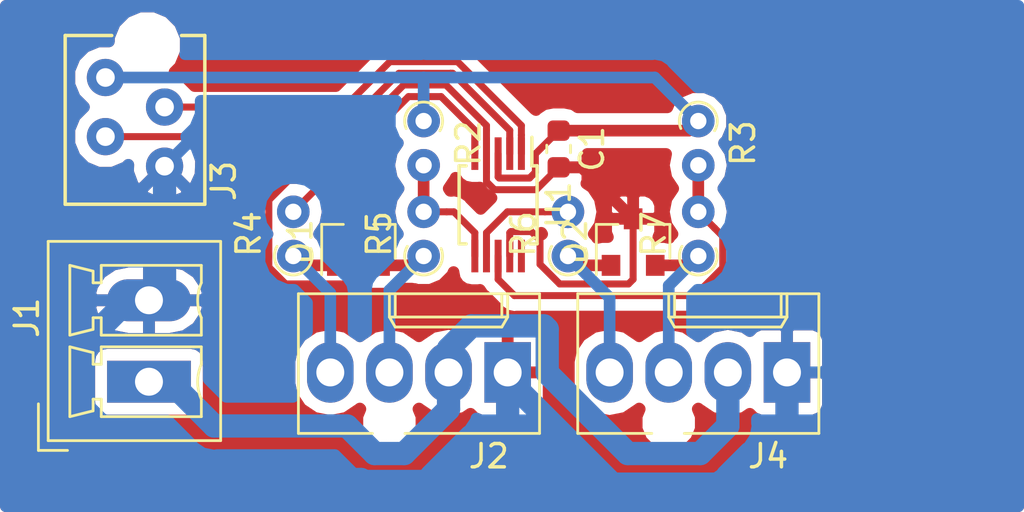
<source format=kicad_pcb>
(kicad_pcb (version 20171130) (host pcbnew 5.0.0+dfsg1-2~bpo9+1)

  (general
    (thickness 1.6)
    (drawings 0)
    (tracks 130)
    (zones 0)
    (modules 15)
    (nets 15)
  )

  (page A4)
  (layers
    (0 F.Cu signal)
    (31 B.Cu signal)
    (32 B.Adhes user)
    (33 F.Adhes user)
    (34 B.Paste user)
    (35 F.Paste user)
    (36 B.SilkS user)
    (37 F.SilkS user)
    (38 B.Mask user)
    (39 F.Mask user)
    (40 Dwgs.User user)
    (41 Cmts.User user)
    (42 Eco1.User user)
    (43 Eco2.User user)
    (44 Edge.Cuts user)
    (45 Margin user)
    (46 B.CrtYd user)
    (47 F.CrtYd user)
    (48 B.Fab user hide)
    (49 F.Fab user hide)
  )

  (setup
    (last_trace_width 0.5)
    (user_trace_width 0.3)
    (user_trace_width 0.5)
    (user_trace_width 0.7)
    (user_trace_width 1)
    (trace_clearance 0.2)
    (zone_clearance 0.5)
    (zone_45_only no)
    (trace_min 0.2)
    (segment_width 0.2)
    (edge_width 0.15)
    (via_size 0.8)
    (via_drill 0.4)
    (via_min_size 0.4)
    (via_min_drill 0.3)
    (uvia_size 0.3)
    (uvia_drill 0.1)
    (uvias_allowed no)
    (uvia_min_size 0.2)
    (uvia_min_drill 0.1)
    (pcb_text_width 0.3)
    (pcb_text_size 1.5 1.5)
    (mod_edge_width 0.15)
    (mod_text_size 1 1)
    (mod_text_width 0.15)
    (pad_size 1.524 1.524)
    (pad_drill 0.762)
    (pad_to_mask_clearance 0.2)
    (aux_axis_origin 0 0)
    (visible_elements FFFFFF7F)
    (pcbplotparams
      (layerselection 0x010fc_ffffffff)
      (usegerberextensions false)
      (usegerberattributes false)
      (usegerberadvancedattributes false)
      (creategerberjobfile false)
      (excludeedgelayer true)
      (linewidth 0.100000)
      (plotframeref false)
      (viasonmask false)
      (mode 1)
      (useauxorigin false)
      (hpglpennumber 1)
      (hpglpenspeed 20)
      (hpglpendiameter 15.000000)
      (psnegative false)
      (psa4output false)
      (plotreference true)
      (plotvalue true)
      (plotinvisibletext false)
      (padsonsilk false)
      (subtractmaskfromsilk false)
      (outputformat 1)
      (mirror false)
      (drillshape 1)
      (scaleselection 1)
      (outputdirectory ""))
  )

  (net 0 "")
  (net 1 +3V3)
  (net 2 GND)
  (net 3 "/Fan Controller/PWM1")
  (net 4 "/Fan Controller/TACH1")
  (net 5 "/Fan Controller/TACH2")
  (net 6 "/Fan Controller/PWM2")
  (net 7 "/Fan Controller/~ALERT")
  (net 8 "/Fan Controller/PWM1_PR")
  (net 9 "/Fan Controller/PWM2_PR")
  (net 10 +12V)
  (net 11 "/Fan Controller/SDA")
  (net 12 "/Fan Controller/SCL")
  (net 13 "/Fan Controller/TACH1_PR")
  (net 14 "/Fan Controller/TACH2_PR")

  (net_class Default "This is the default net class."
    (clearance 0.2)
    (trace_width 0.3)
    (via_dia 0.8)
    (via_drill 0.4)
    (uvia_dia 0.3)
    (uvia_drill 0.1)
    (add_net +12V)
    (add_net +3V3)
    (add_net "/Fan Controller/PWM1")
    (add_net "/Fan Controller/PWM1_PR")
    (add_net "/Fan Controller/PWM2")
    (add_net "/Fan Controller/PWM2_PR")
    (add_net "/Fan Controller/SCL")
    (add_net "/Fan Controller/SDA")
    (add_net "/Fan Controller/TACH1")
    (add_net "/Fan Controller/TACH1_PR")
    (add_net "/Fan Controller/TACH2")
    (add_net "/Fan Controller/TACH2_PR")
    (add_net "/Fan Controller/~ALERT")
    (add_net GND)
  )

  (module Resistor_THT:R_Axial_DIN0204_L3.6mm_D1.6mm_P1.90mm_Vertical (layer F.Cu) (tedit 5AE5139B) (tstamp 5BF080C8)
    (at 136.2 94.2 270)
    (descr "Resistor, Axial_DIN0204 series, Axial, Vertical, pin pitch=1.9mm, 0.167W, length*diameter=3.6*1.6mm^2, http://cdn-reichelt.de/documents/datenblatt/B400/1_4W%23YAG.pdf")
    (tags "Resistor Axial_DIN0204 series Axial Vertical pin pitch 1.9mm 0.167W length 3.6mm diameter 1.6mm")
    (path /5BF0B864/5BEF600F)
    (fp_text reference R2 (at 0.95 -1.92 270) (layer F.SilkS)
      (effects (font (size 1 1) (thickness 0.15)))
    )
    (fp_text value 47k (at 0.95 1.92 270) (layer F.Fab)
      (effects (font (size 1 1) (thickness 0.15)))
    )
    (fp_text user %R (at 0.95 -1.92 270) (layer F.Fab)
      (effects (font (size 1 1) (thickness 0.15)))
    )
    (fp_line (start 2.86 -1.05) (end -1.05 -1.05) (layer F.CrtYd) (width 0.05))
    (fp_line (start 2.86 1.05) (end 2.86 -1.05) (layer F.CrtYd) (width 0.05))
    (fp_line (start -1.05 1.05) (end 2.86 1.05) (layer F.CrtYd) (width 0.05))
    (fp_line (start -1.05 -1.05) (end -1.05 1.05) (layer F.CrtYd) (width 0.05))
    (fp_line (start 0 0) (end 1.9 0) (layer F.Fab) (width 0.1))
    (fp_circle (center 0 0) (end 0.8 0) (layer F.Fab) (width 0.1))
    (fp_arc (start 0 0) (end 0.417133 -0.7) (angle -233.92106) (layer F.SilkS) (width 0.12))
    (pad 2 thru_hole oval (at 1.9 0 270) (size 1.4 1.4) (drill 0.7) (layers *.Cu *.Mask)
      (net 13 "/Fan Controller/TACH1_PR"))
    (pad 1 thru_hole circle (at 0 0 270) (size 1.4 1.4) (drill 0.7) (layers *.Cu *.Mask)
      (net 1 +3V3))
    (model ${KISYS3DMOD}/Resistor_THT.3dshapes/R_Axial_DIN0204_L3.6mm_D1.6mm_P1.90mm_Vertical.wrl
      (at (xyz 0 0 0))
      (scale (xyz 1 1 1))
      (rotate (xyz 0 0 0))
    )
  )

  (module Resistor_THT:R_Axial_DIN0204_L3.6mm_D1.6mm_P1.90mm_Vertical (layer F.Cu) (tedit 5AE5139B) (tstamp 5BF080D9)
    (at 148 94.2 270)
    (descr "Resistor, Axial_DIN0204 series, Axial, Vertical, pin pitch=1.9mm, 0.167W, length*diameter=3.6*1.6mm^2, http://cdn-reichelt.de/documents/datenblatt/B400/1_4W%23YAG.pdf")
    (tags "Resistor Axial_DIN0204 series Axial Vertical pin pitch 1.9mm 0.167W length 3.6mm diameter 1.6mm")
    (path /5BF0B864/5BEF605D)
    (fp_text reference R3 (at 0.95 -1.92 270) (layer F.SilkS)
      (effects (font (size 1 1) (thickness 0.15)))
    )
    (fp_text value 47k (at 0.95 1.92 270) (layer F.Fab)
      (effects (font (size 1 1) (thickness 0.15)))
    )
    (fp_text user %R (at 0.95 -1.92 270) (layer F.Fab)
      (effects (font (size 1 1) (thickness 0.15)))
    )
    (fp_line (start 2.86 -1.05) (end -1.05 -1.05) (layer F.CrtYd) (width 0.05))
    (fp_line (start 2.86 1.05) (end 2.86 -1.05) (layer F.CrtYd) (width 0.05))
    (fp_line (start -1.05 1.05) (end 2.86 1.05) (layer F.CrtYd) (width 0.05))
    (fp_line (start -1.05 -1.05) (end -1.05 1.05) (layer F.CrtYd) (width 0.05))
    (fp_line (start 0 0) (end 1.9 0) (layer F.Fab) (width 0.1))
    (fp_circle (center 0 0) (end 0.8 0) (layer F.Fab) (width 0.1))
    (fp_arc (start 0 0) (end 0.417133 -0.7) (angle -233.92106) (layer F.SilkS) (width 0.12))
    (pad 2 thru_hole oval (at 1.9 0 270) (size 1.4 1.4) (drill 0.7) (layers *.Cu *.Mask)
      (net 14 "/Fan Controller/TACH2_PR"))
    (pad 1 thru_hole circle (at 0 0 270) (size 1.4 1.4) (drill 0.7) (layers *.Cu *.Mask)
      (net 1 +3V3))
    (model ${KISYS3DMOD}/Resistor_THT.3dshapes/R_Axial_DIN0204_L3.6mm_D1.6mm_P1.90mm_Vertical.wrl
      (at (xyz 0 0 0))
      (scale (xyz 1 1 1))
      (rotate (xyz 0 0 0))
    )
  )

  (module Resistor_THT:R_Axial_DIN0204_L3.6mm_D1.6mm_P1.90mm_Vertical (layer F.Cu) (tedit 5AE5139B) (tstamp 5BF080EA)
    (at 130.6 100 90)
    (descr "Resistor, Axial_DIN0204 series, Axial, Vertical, pin pitch=1.9mm, 0.167W, length*diameter=3.6*1.6mm^2, http://cdn-reichelt.de/documents/datenblatt/B400/1_4W%23YAG.pdf")
    (tags "Resistor Axial_DIN0204 series Axial Vertical pin pitch 1.9mm 0.167W length 3.6mm diameter 1.6mm")
    (path /5BF0B864/5BEF7CCD)
    (fp_text reference R4 (at 0.95 -1.92 90) (layer F.SilkS)
      (effects (font (size 1 1) (thickness 0.15)))
    )
    (fp_text value 2k2 (at 0.95 1.92 90) (layer F.Fab)
      (effects (font (size 1 1) (thickness 0.15)))
    )
    (fp_text user %R (at 0.95 -1.92 90) (layer F.Fab)
      (effects (font (size 1 1) (thickness 0.15)))
    )
    (fp_line (start 2.86 -1.05) (end -1.05 -1.05) (layer F.CrtYd) (width 0.05))
    (fp_line (start 2.86 1.05) (end 2.86 -1.05) (layer F.CrtYd) (width 0.05))
    (fp_line (start -1.05 1.05) (end 2.86 1.05) (layer F.CrtYd) (width 0.05))
    (fp_line (start -1.05 -1.05) (end -1.05 1.05) (layer F.CrtYd) (width 0.05))
    (fp_line (start 0 0) (end 1.9 0) (layer F.Fab) (width 0.1))
    (fp_circle (center 0 0) (end 0.8 0) (layer F.Fab) (width 0.1))
    (fp_arc (start 0 0) (end 0.417133 -0.7) (angle -233.92106) (layer F.SilkS) (width 0.12))
    (pad 2 thru_hole oval (at 1.9 0 90) (size 1.4 1.4) (drill 0.7) (layers *.Cu *.Mask)
      (net 8 "/Fan Controller/PWM1_PR"))
    (pad 1 thru_hole circle (at 0 0 90) (size 1.4 1.4) (drill 0.7) (layers *.Cu *.Mask)
      (net 3 "/Fan Controller/PWM1"))
    (model ${KISYS3DMOD}/Resistor_THT.3dshapes/R_Axial_DIN0204_L3.6mm_D1.6mm_P1.90mm_Vertical.wrl
      (at (xyz 0 0 0))
      (scale (xyz 1 1 1))
      (rotate (xyz 0 0 0))
    )
  )

  (module Resistor_THT:R_Axial_DIN0204_L3.6mm_D1.6mm_P1.90mm_Vertical (layer F.Cu) (tedit 5AE5139B) (tstamp 5BF080FB)
    (at 136.2 100 90)
    (descr "Resistor, Axial_DIN0204 series, Axial, Vertical, pin pitch=1.9mm, 0.167W, length*diameter=3.6*1.6mm^2, http://cdn-reichelt.de/documents/datenblatt/B400/1_4W%23YAG.pdf")
    (tags "Resistor Axial_DIN0204 series Axial Vertical pin pitch 1.9mm 0.167W length 3.6mm diameter 1.6mm")
    (path /5BF0B864/5BF0B43A)
    (fp_text reference R5 (at 0.95 -1.92 90) (layer F.SilkS)
      (effects (font (size 1 1) (thickness 0.15)))
    )
    (fp_text value 2k2 (at 0.95 1.92 90) (layer F.Fab)
      (effects (font (size 1 1) (thickness 0.15)))
    )
    (fp_text user %R (at 0.95 -1.92 90) (layer F.Fab)
      (effects (font (size 1 1) (thickness 0.15)))
    )
    (fp_line (start 2.86 -1.05) (end -1.05 -1.05) (layer F.CrtYd) (width 0.05))
    (fp_line (start 2.86 1.05) (end 2.86 -1.05) (layer F.CrtYd) (width 0.05))
    (fp_line (start -1.05 1.05) (end 2.86 1.05) (layer F.CrtYd) (width 0.05))
    (fp_line (start -1.05 -1.05) (end -1.05 1.05) (layer F.CrtYd) (width 0.05))
    (fp_line (start 0 0) (end 1.9 0) (layer F.Fab) (width 0.1))
    (fp_circle (center 0 0) (end 0.8 0) (layer F.Fab) (width 0.1))
    (fp_arc (start 0 0) (end 0.417133 -0.7) (angle -233.92106) (layer F.SilkS) (width 0.12))
    (pad 2 thru_hole oval (at 1.9 0 90) (size 1.4 1.4) (drill 0.7) (layers *.Cu *.Mask)
      (net 13 "/Fan Controller/TACH1_PR"))
    (pad 1 thru_hole circle (at 0 0 90) (size 1.4 1.4) (drill 0.7) (layers *.Cu *.Mask)
      (net 4 "/Fan Controller/TACH1"))
    (model ${KISYS3DMOD}/Resistor_THT.3dshapes/R_Axial_DIN0204_L3.6mm_D1.6mm_P1.90mm_Vertical.wrl
      (at (xyz 0 0 0))
      (scale (xyz 1 1 1))
      (rotate (xyz 0 0 0))
    )
  )

  (module Resistor_THT:R_Axial_DIN0204_L3.6mm_D1.6mm_P1.90mm_Vertical (layer F.Cu) (tedit 5AE5139B) (tstamp 5BF0810C)
    (at 142.4 100 90)
    (descr "Resistor, Axial_DIN0204 series, Axial, Vertical, pin pitch=1.9mm, 0.167W, length*diameter=3.6*1.6mm^2, http://cdn-reichelt.de/documents/datenblatt/B400/1_4W%23YAG.pdf")
    (tags "Resistor Axial_DIN0204 series Axial Vertical pin pitch 1.9mm 0.167W length 3.6mm diameter 1.6mm")
    (path /5BF0B864/5BF0B460)
    (fp_text reference R6 (at 0.95 -1.92 90) (layer F.SilkS)
      (effects (font (size 1 1) (thickness 0.15)))
    )
    (fp_text value 2k2 (at 0.95 1.92 90) (layer F.Fab)
      (effects (font (size 1 1) (thickness 0.15)))
    )
    (fp_text user %R (at 0.95 -1.92 90) (layer F.Fab)
      (effects (font (size 1 1) (thickness 0.15)))
    )
    (fp_line (start 2.86 -1.05) (end -1.05 -1.05) (layer F.CrtYd) (width 0.05))
    (fp_line (start 2.86 1.05) (end 2.86 -1.05) (layer F.CrtYd) (width 0.05))
    (fp_line (start -1.05 1.05) (end 2.86 1.05) (layer F.CrtYd) (width 0.05))
    (fp_line (start -1.05 -1.05) (end -1.05 1.05) (layer F.CrtYd) (width 0.05))
    (fp_line (start 0 0) (end 1.9 0) (layer F.Fab) (width 0.1))
    (fp_circle (center 0 0) (end 0.8 0) (layer F.Fab) (width 0.1))
    (fp_arc (start 0 0) (end 0.417133 -0.7) (angle -233.92106) (layer F.SilkS) (width 0.12))
    (pad 2 thru_hole oval (at 1.9 0 90) (size 1.4 1.4) (drill 0.7) (layers *.Cu *.Mask)
      (net 9 "/Fan Controller/PWM2_PR"))
    (pad 1 thru_hole circle (at 0 0 90) (size 1.4 1.4) (drill 0.7) (layers *.Cu *.Mask)
      (net 6 "/Fan Controller/PWM2"))
    (model ${KISYS3DMOD}/Resistor_THT.3dshapes/R_Axial_DIN0204_L3.6mm_D1.6mm_P1.90mm_Vertical.wrl
      (at (xyz 0 0 0))
      (scale (xyz 1 1 1))
      (rotate (xyz 0 0 0))
    )
  )

  (module Resistor_THT:R_Axial_DIN0204_L3.6mm_D1.6mm_P1.90mm_Vertical (layer F.Cu) (tedit 5AE5139B) (tstamp 5BF0811D)
    (at 148 100 90)
    (descr "Resistor, Axial_DIN0204 series, Axial, Vertical, pin pitch=1.9mm, 0.167W, length*diameter=3.6*1.6mm^2, http://cdn-reichelt.de/documents/datenblatt/B400/1_4W%23YAG.pdf")
    (tags "Resistor Axial_DIN0204 series Axial Vertical pin pitch 1.9mm 0.167W length 3.6mm diameter 1.6mm")
    (path /5BF0B864/5BF0B49E)
    (fp_text reference R7 (at 0.95 -1.92 90) (layer F.SilkS)
      (effects (font (size 1 1) (thickness 0.15)))
    )
    (fp_text value 2k2 (at 0.95 1.92 90) (layer F.Fab)
      (effects (font (size 1 1) (thickness 0.15)))
    )
    (fp_text user %R (at 0.95 -1.92 90) (layer F.Fab)
      (effects (font (size 1 1) (thickness 0.15)))
    )
    (fp_line (start 2.86 -1.05) (end -1.05 -1.05) (layer F.CrtYd) (width 0.05))
    (fp_line (start 2.86 1.05) (end 2.86 -1.05) (layer F.CrtYd) (width 0.05))
    (fp_line (start -1.05 1.05) (end 2.86 1.05) (layer F.CrtYd) (width 0.05))
    (fp_line (start -1.05 -1.05) (end -1.05 1.05) (layer F.CrtYd) (width 0.05))
    (fp_line (start 0 0) (end 1.9 0) (layer F.Fab) (width 0.1))
    (fp_circle (center 0 0) (end 0.8 0) (layer F.Fab) (width 0.1))
    (fp_arc (start 0 0) (end 0.417133 -0.7) (angle -233.92106) (layer F.SilkS) (width 0.12))
    (pad 2 thru_hole oval (at 1.9 0 90) (size 1.4 1.4) (drill 0.7) (layers *.Cu *.Mask)
      (net 14 "/Fan Controller/TACH2_PR"))
    (pad 1 thru_hole circle (at 0 0 90) (size 1.4 1.4) (drill 0.7) (layers *.Cu *.Mask)
      (net 5 "/Fan Controller/TACH2"))
    (model ${KISYS3DMOD}/Resistor_THT.3dshapes/R_Axial_DIN0204_L3.6mm_D1.6mm_P1.90mm_Vertical.wrl
      (at (xyz 0 0 0))
      (scale (xyz 1 1 1))
      (rotate (xyz 0 0 0))
    )
  )

  (module Capacitor_SMD:C_0603_1608Metric (layer F.Cu) (tedit 5B301BBE) (tstamp 5BF08049)
    (at 142 95.4 270)
    (descr "Capacitor SMD 0603 (1608 Metric), square (rectangular) end terminal, IPC_7351 nominal, (Body size source: http://www.tortai-tech.com/upload/download/2011102023233369053.pdf), generated with kicad-footprint-generator")
    (tags capacitor)
    (path /5BF0B864/5BA5AE71)
    (attr smd)
    (fp_text reference C1 (at 0 -1.43 270) (layer F.SilkS)
      (effects (font (size 1 1) (thickness 0.15)))
    )
    (fp_text value 100nF (at 0 1.43 270) (layer F.Fab)
      (effects (font (size 1 1) (thickness 0.15)))
    )
    (fp_line (start -0.8 0.4) (end -0.8 -0.4) (layer F.Fab) (width 0.1))
    (fp_line (start -0.8 -0.4) (end 0.8 -0.4) (layer F.Fab) (width 0.1))
    (fp_line (start 0.8 -0.4) (end 0.8 0.4) (layer F.Fab) (width 0.1))
    (fp_line (start 0.8 0.4) (end -0.8 0.4) (layer F.Fab) (width 0.1))
    (fp_line (start -0.162779 -0.51) (end 0.162779 -0.51) (layer F.SilkS) (width 0.12))
    (fp_line (start -0.162779 0.51) (end 0.162779 0.51) (layer F.SilkS) (width 0.12))
    (fp_line (start -1.48 0.73) (end -1.48 -0.73) (layer F.CrtYd) (width 0.05))
    (fp_line (start -1.48 -0.73) (end 1.48 -0.73) (layer F.CrtYd) (width 0.05))
    (fp_line (start 1.48 -0.73) (end 1.48 0.73) (layer F.CrtYd) (width 0.05))
    (fp_line (start 1.48 0.73) (end -1.48 0.73) (layer F.CrtYd) (width 0.05))
    (fp_text user %R (at 0 0 270) (layer F.Fab)
      (effects (font (size 0.4 0.4) (thickness 0.06)))
    )
    (pad 1 smd roundrect (at -0.7875 0 270) (size 0.875 0.95) (layers F.Cu F.Paste F.Mask) (roundrect_rratio 0.25)
      (net 1 +3V3))
    (pad 2 smd roundrect (at 0.7875 0 270) (size 0.875 0.95) (layers F.Cu F.Paste F.Mask) (roundrect_rratio 0.25)
      (net 2 GND))
    (model ${KISYS3DMOD}/Capacitor_SMD.3dshapes/C_0603_1608Metric.wrl
      (at (xyz 0 0 0))
      (scale (xyz 1 1 1))
      (rotate (xyz 0 0 0))
    )
  )

  (module Package_TO_SOT_SMD:SOT-23 (layer F.Cu) (tedit 5A02FF57) (tstamp 5BF0805E)
    (at 133.4 99.4 90)
    (descr "SOT-23, Standard")
    (tags SOT-23)
    (path /5BF0B864/5BEFC8EC)
    (attr smd)
    (fp_text reference D1 (at 0 -2.5 90) (layer F.SilkS)
      (effects (font (size 1 1) (thickness 0.15)))
    )
    (fp_text value CPDT-5V0-HF (at 0 2.5 90) (layer F.Fab)
      (effects (font (size 1 1) (thickness 0.15)))
    )
    (fp_text user %R (at 0 0 180) (layer F.Fab)
      (effects (font (size 0.5 0.5) (thickness 0.075)))
    )
    (fp_line (start -0.7 -0.95) (end -0.7 1.5) (layer F.Fab) (width 0.1))
    (fp_line (start -0.15 -1.52) (end 0.7 -1.52) (layer F.Fab) (width 0.1))
    (fp_line (start -0.7 -0.95) (end -0.15 -1.52) (layer F.Fab) (width 0.1))
    (fp_line (start 0.7 -1.52) (end 0.7 1.52) (layer F.Fab) (width 0.1))
    (fp_line (start -0.7 1.52) (end 0.7 1.52) (layer F.Fab) (width 0.1))
    (fp_line (start 0.76 1.58) (end 0.76 0.65) (layer F.SilkS) (width 0.12))
    (fp_line (start 0.76 -1.58) (end 0.76 -0.65) (layer F.SilkS) (width 0.12))
    (fp_line (start -1.7 -1.75) (end 1.7 -1.75) (layer F.CrtYd) (width 0.05))
    (fp_line (start 1.7 -1.75) (end 1.7 1.75) (layer F.CrtYd) (width 0.05))
    (fp_line (start 1.7 1.75) (end -1.7 1.75) (layer F.CrtYd) (width 0.05))
    (fp_line (start -1.7 1.75) (end -1.7 -1.75) (layer F.CrtYd) (width 0.05))
    (fp_line (start 0.76 -1.58) (end -1.4 -1.58) (layer F.SilkS) (width 0.12))
    (fp_line (start 0.76 1.58) (end -0.7 1.58) (layer F.SilkS) (width 0.12))
    (pad 1 smd rect (at -1 -0.95 90) (size 0.9 0.8) (layers F.Cu F.Paste F.Mask)
      (net 3 "/Fan Controller/PWM1"))
    (pad 2 smd rect (at -1 0.95 90) (size 0.9 0.8) (layers F.Cu F.Paste F.Mask)
      (net 4 "/Fan Controller/TACH1"))
    (pad 3 smd rect (at 1 0 90) (size 0.9 0.8) (layers F.Cu F.Paste F.Mask)
      (net 2 GND))
    (model ${KISYS3DMOD}/Package_TO_SOT_SMD.3dshapes/SOT-23.wrl
      (at (xyz 0 0 0))
      (scale (xyz 1 1 1))
      (rotate (xyz 0 0 0))
    )
  )

  (module Package_TO_SOT_SMD:SOT-23 (layer F.Cu) (tedit 5A02FF57) (tstamp 5BF08073)
    (at 145.2 99.4 90)
    (descr "SOT-23, Standard")
    (tags SOT-23)
    (path /5BF0B864/5BEFCA36)
    (attr smd)
    (fp_text reference D2 (at 0 -2.5 90) (layer F.SilkS)
      (effects (font (size 1 1) (thickness 0.15)))
    )
    (fp_text value CPDT-5V0-HF (at 0 2.5 90) (layer F.Fab)
      (effects (font (size 1 1) (thickness 0.15)))
    )
    (fp_line (start 0.76 1.58) (end -0.7 1.58) (layer F.SilkS) (width 0.12))
    (fp_line (start 0.76 -1.58) (end -1.4 -1.58) (layer F.SilkS) (width 0.12))
    (fp_line (start -1.7 1.75) (end -1.7 -1.75) (layer F.CrtYd) (width 0.05))
    (fp_line (start 1.7 1.75) (end -1.7 1.75) (layer F.CrtYd) (width 0.05))
    (fp_line (start 1.7 -1.75) (end 1.7 1.75) (layer F.CrtYd) (width 0.05))
    (fp_line (start -1.7 -1.75) (end 1.7 -1.75) (layer F.CrtYd) (width 0.05))
    (fp_line (start 0.76 -1.58) (end 0.76 -0.65) (layer F.SilkS) (width 0.12))
    (fp_line (start 0.76 1.58) (end 0.76 0.65) (layer F.SilkS) (width 0.12))
    (fp_line (start -0.7 1.52) (end 0.7 1.52) (layer F.Fab) (width 0.1))
    (fp_line (start 0.7 -1.52) (end 0.7 1.52) (layer F.Fab) (width 0.1))
    (fp_line (start -0.7 -0.95) (end -0.15 -1.52) (layer F.Fab) (width 0.1))
    (fp_line (start -0.15 -1.52) (end 0.7 -1.52) (layer F.Fab) (width 0.1))
    (fp_line (start -0.7 -0.95) (end -0.7 1.5) (layer F.Fab) (width 0.1))
    (fp_text user %R (at 0 0 180) (layer F.Fab)
      (effects (font (size 0.5 0.5) (thickness 0.075)))
    )
    (pad 3 smd rect (at 1 0 90) (size 0.9 0.8) (layers F.Cu F.Paste F.Mask)
      (net 2 GND))
    (pad 2 smd rect (at -1 0.95 90) (size 0.9 0.8) (layers F.Cu F.Paste F.Mask)
      (net 5 "/Fan Controller/TACH2"))
    (pad 1 smd rect (at -1 -0.95 90) (size 0.9 0.8) (layers F.Cu F.Paste F.Mask)
      (net 6 "/Fan Controller/PWM2"))
    (model ${KISYS3DMOD}/Package_TO_SOT_SMD.3dshapes/SOT-23.wrl
      (at (xyz 0 0 0))
      (scale (xyz 1 1 1))
      (rotate (xyz 0 0 0))
    )
  )

  (module Connector_Phoenix_MC:PhoenixContact_MCV_1,5_2-G-3.5_1x02_P3.50mm_Vertical (layer F.Cu) (tedit 5A00FA19) (tstamp 5BF080A6)
    (at 124.4 105.4 90)
    (descr "Generic Phoenix Contact connector footprint for: MCV_1,5/2-G-3.5; number of pins: 02; pin pitch: 3.50mm; Vertical || order number: 1843606 8A 160V")
    (tags "phoenix_contact connector MCV_01x02_G_3.5mm")
    (path /5BF0F1CF)
    (fp_text reference J1 (at 2.75 -5.25 90) (layer F.SilkS)
      (effects (font (size 1 1) (thickness 0.15)))
    )
    (fp_text value Conn_01x02 (at 1.75 4 90) (layer F.Fab)
      (effects (font (size 1 1) (thickness 0.15)))
    )
    (fp_arc (start 0 3.95) (end -0.75 2.25) (angle 47.6) (layer F.SilkS) (width 0.12))
    (fp_arc (start 3.5 3.95) (end 2.75 2.25) (angle 47.6) (layer F.SilkS) (width 0.12))
    (fp_line (start -2.53 -4.33) (end -2.53 3.08) (layer F.SilkS) (width 0.12))
    (fp_line (start -2.53 3.08) (end 6.03 3.08) (layer F.SilkS) (width 0.12))
    (fp_line (start 6.03 3.08) (end 6.03 -4.33) (layer F.SilkS) (width 0.12))
    (fp_line (start 6.03 -4.33) (end -2.53 -4.33) (layer F.SilkS) (width 0.12))
    (fp_line (start -2.45 -4.25) (end -2.45 3) (layer F.Fab) (width 0.1))
    (fp_line (start -2.45 3) (end 5.95 3) (layer F.Fab) (width 0.1))
    (fp_line (start 5.95 3) (end 5.95 -4.25) (layer F.Fab) (width 0.1))
    (fp_line (start 5.95 -4.25) (end -2.45 -4.25) (layer F.Fab) (width 0.1))
    (fp_line (start -0.75 2.25) (end -1.5 2.25) (layer F.SilkS) (width 0.12))
    (fp_line (start -1.5 2.25) (end -1.5 -2.05) (layer F.SilkS) (width 0.12))
    (fp_line (start -1.5 -2.05) (end -0.75 -2.05) (layer F.SilkS) (width 0.12))
    (fp_line (start -0.75 -2.05) (end -0.75 -2.4) (layer F.SilkS) (width 0.12))
    (fp_line (start -0.75 -2.4) (end -1.25 -2.4) (layer F.SilkS) (width 0.12))
    (fp_line (start -1.25 -2.4) (end -1.5 -3.4) (layer F.SilkS) (width 0.12))
    (fp_line (start -1.5 -3.4) (end 1.5 -3.4) (layer F.SilkS) (width 0.12))
    (fp_line (start 1.5 -3.4) (end 1.25 -2.4) (layer F.SilkS) (width 0.12))
    (fp_line (start 1.25 -2.4) (end 0.75 -2.4) (layer F.SilkS) (width 0.12))
    (fp_line (start 0.75 -2.4) (end 0.75 -2.05) (layer F.SilkS) (width 0.12))
    (fp_line (start 0.75 -2.05) (end 1.5 -2.05) (layer F.SilkS) (width 0.12))
    (fp_line (start 1.5 -2.05) (end 1.5 2.25) (layer F.SilkS) (width 0.12))
    (fp_line (start 1.5 2.25) (end 0.75 2.25) (layer F.SilkS) (width 0.12))
    (fp_line (start 2.75 2.25) (end 2 2.25) (layer F.SilkS) (width 0.12))
    (fp_line (start 2 2.25) (end 2 -2.05) (layer F.SilkS) (width 0.12))
    (fp_line (start 2 -2.05) (end 2.75 -2.05) (layer F.SilkS) (width 0.12))
    (fp_line (start 2.75 -2.05) (end 2.75 -2.4) (layer F.SilkS) (width 0.12))
    (fp_line (start 2.75 -2.4) (end 2.25 -2.4) (layer F.SilkS) (width 0.12))
    (fp_line (start 2.25 -2.4) (end 2 -3.4) (layer F.SilkS) (width 0.12))
    (fp_line (start 2 -3.4) (end 5 -3.4) (layer F.SilkS) (width 0.12))
    (fp_line (start 5 -3.4) (end 4.75 -2.4) (layer F.SilkS) (width 0.12))
    (fp_line (start 4.75 -2.4) (end 4.25 -2.4) (layer F.SilkS) (width 0.12))
    (fp_line (start 4.25 -2.4) (end 4.25 -2.05) (layer F.SilkS) (width 0.12))
    (fp_line (start 4.25 -2.05) (end 5 -2.05) (layer F.SilkS) (width 0.12))
    (fp_line (start 5 -2.05) (end 5 2.25) (layer F.SilkS) (width 0.12))
    (fp_line (start 5 2.25) (end 4.25 2.25) (layer F.SilkS) (width 0.12))
    (fp_line (start -2.95 -4.75) (end -2.95 3.5) (layer F.CrtYd) (width 0.05))
    (fp_line (start -2.95 3.5) (end 6.45 3.5) (layer F.CrtYd) (width 0.05))
    (fp_line (start 6.45 3.5) (end 6.45 -4.75) (layer F.CrtYd) (width 0.05))
    (fp_line (start 6.45 -4.75) (end -2.95 -4.75) (layer F.CrtYd) (width 0.05))
    (fp_line (start -2.95 -3.5) (end -2.95 -4.75) (layer F.SilkS) (width 0.12))
    (fp_line (start -2.95 -4.75) (end -0.95 -4.75) (layer F.SilkS) (width 0.12))
    (fp_line (start -2.95 -3.5) (end -2.95 -4.75) (layer F.Fab) (width 0.1))
    (fp_line (start -2.95 -4.75) (end -0.95 -4.75) (layer F.Fab) (width 0.1))
    (fp_text user %R (at 2.75 -3 90) (layer F.Fab)
      (effects (font (size 1 1) (thickness 0.15)))
    )
    (pad 1 thru_hole rect (at 0 0 90) (size 1.8 3.6) (drill 1.2) (layers *.Cu *.Mask)
      (net 10 +12V))
    (pad 2 thru_hole oval (at 3.5 0 90) (size 1.8 3.6) (drill 1.2) (layers *.Cu *.Mask)
      (net 2 GND))
    (model ${KISYS3DMOD}/Connector_Phoenix_MC.3dshapes/PhoenixContact_MCV_1,5_2-G-3.5_1x02_P3.50mm_Vertical.wrl
      (at (xyz 0 0 0))
      (scale (xyz 1 1 1))
      (rotate (xyz 0 0 0))
    )
  )

  (module Package_SO:MSOP-10_3x3mm_P0.5mm (layer F.Cu) (tedit 5A02F25C) (tstamp 5BF0E523)
    (at 139.4 97.8 270)
    (descr "10-Lead Plastic Micro Small Outline Package (MS) [MSOP] (see Microchip Packaging Specification 00000049BS.pdf)")
    (tags "SSOP 0.5")
    (path /5BF0B864/5BA5AD00)
    (attr smd)
    (fp_text reference U1 (at 0 -2.6 270) (layer F.SilkS)
      (effects (font (size 1 1) (thickness 0.15)))
    )
    (fp_text value EMC2302-1-AIZL-TR (at 0 2.6 270) (layer F.Fab)
      (effects (font (size 1 1) (thickness 0.15)))
    )
    (fp_line (start -0.5 -1.5) (end 1.5 -1.5) (layer F.Fab) (width 0.15))
    (fp_line (start 1.5 -1.5) (end 1.5 1.5) (layer F.Fab) (width 0.15))
    (fp_line (start 1.5 1.5) (end -1.5 1.5) (layer F.Fab) (width 0.15))
    (fp_line (start -1.5 1.5) (end -1.5 -0.5) (layer F.Fab) (width 0.15))
    (fp_line (start -1.5 -0.5) (end -0.5 -1.5) (layer F.Fab) (width 0.15))
    (fp_line (start -3.15 -1.85) (end -3.15 1.85) (layer F.CrtYd) (width 0.05))
    (fp_line (start 3.15 -1.85) (end 3.15 1.85) (layer F.CrtYd) (width 0.05))
    (fp_line (start -3.15 -1.85) (end 3.15 -1.85) (layer F.CrtYd) (width 0.05))
    (fp_line (start -3.15 1.85) (end 3.15 1.85) (layer F.CrtYd) (width 0.05))
    (fp_line (start -1.675 -1.675) (end -1.675 -1.45) (layer F.SilkS) (width 0.15))
    (fp_line (start 1.675 -1.675) (end 1.675 -1.375) (layer F.SilkS) (width 0.15))
    (fp_line (start 1.675 1.675) (end 1.675 1.375) (layer F.SilkS) (width 0.15))
    (fp_line (start -1.675 1.675) (end -1.675 1.375) (layer F.SilkS) (width 0.15))
    (fp_line (start -1.675 -1.675) (end 1.675 -1.675) (layer F.SilkS) (width 0.15))
    (fp_line (start -1.675 1.675) (end 1.675 1.675) (layer F.SilkS) (width 0.15))
    (fp_line (start -1.675 -1.45) (end -2.9 -1.45) (layer F.SilkS) (width 0.15))
    (fp_text user %R (at 0 0 270) (layer F.Fab)
      (effects (font (size 0.6 0.6) (thickness 0.15)))
    )
    (pad 1 smd rect (at -2.2 -1 270) (size 1.4 0.3) (layers F.Cu F.Paste F.Mask)
      (net 11 "/Fan Controller/SDA"))
    (pad 2 smd rect (at -2.2 -0.5 270) (size 1.4 0.3) (layers F.Cu F.Paste F.Mask)
      (net 12 "/Fan Controller/SCL"))
    (pad 3 smd rect (at -2.2 0 270) (size 1.4 0.3) (layers F.Cu F.Paste F.Mask)
      (net 1 +3V3))
    (pad 4 smd rect (at -2.2 0.5 270) (size 1.4 0.3) (layers F.Cu F.Paste F.Mask)
      (net 2 GND))
    (pad 5 smd rect (at -2.2 1 270) (size 1.4 0.3) (layers F.Cu F.Paste F.Mask)
      (net 8 "/Fan Controller/PWM1_PR"))
    (pad 6 smd rect (at 2.2 1 270) (size 1.4 0.3) (layers F.Cu F.Paste F.Mask)
      (net 13 "/Fan Controller/TACH1_PR"))
    (pad 7 smd rect (at 2.2 0.5 270) (size 1.4 0.3) (layers F.Cu F.Paste F.Mask)
      (net 9 "/Fan Controller/PWM2_PR"))
    (pad 8 smd rect (at 2.2 0 270) (size 1.4 0.3) (layers F.Cu F.Paste F.Mask)
      (net 14 "/Fan Controller/TACH2_PR"))
    (pad 9 smd rect (at 2.2 -0.5 270) (size 1.4 0.3) (layers F.Cu F.Paste F.Mask)
      (net 2 GND))
    (pad 10 smd rect (at 2.2 -1 270) (size 1.4 0.3) (layers F.Cu F.Paste F.Mask)
      (net 7 "/Fan Controller/~ALERT"))
    (model ${KISYS3DMOD}/Package_SO.3dshapes/MSOP-10_3x3mm_P0.5mm.wrl
      (at (xyz 0 0 0))
      (scale (xyz 1 1 1))
      (rotate (xyz 0 0 0))
    )
  )

  (module FORT:Molex_KK-47053-04_04x2.54mm_Straight (layer F.Cu) (tedit 5BB379B3) (tstamp 5BF0E3A1)
    (at 136 105 180)
    (descr "Connector Headers with Friction Lock, 22-27-2041, http://www.molex.com/pdm_docs/sd/022272021_sd.pdf")
    (tags "connector molex kk_6410 22-27-2041")
    (path /5BF0F706)
    (fp_text reference J2 (at -3 -3.6 180) (layer F.SilkS)
      (effects (font (size 1 1) (thickness 0.15)))
    )
    (fp_text value Conn_01x04 (at 3.81 4.51 180) (layer F.Fab)
      (effects (font (size 1 1) (thickness 0.15)))
    )
    (fp_line (start -5.28 -2.72) (end -5.28 3.48) (layer F.Fab) (width 0.12))
    (fp_line (start -5.28 3.48) (end 5.28 3.48) (layer F.Fab) (width 0.12))
    (fp_line (start 5.28 3.48) (end 5.28 -2.72) (layer F.Fab) (width 0.12))
    (fp_line (start 5.28 -2.72) (end -5.28 -2.72) (layer F.Fab) (width 0.12))
    (fp_line (start -5.18 -2.62) (end -5.18 3.38) (layer F.SilkS) (width 0.12))
    (fp_line (start -5.18 3.38) (end 5.18 3.38) (layer F.SilkS) (width 0.12))
    (fp_line (start 5.18 3.38) (end 5.18 -2.62) (layer F.SilkS) (width 0.12))
    (fp_line (start 2 -2.62) (end 5.18 -2.62) (layer F.SilkS) (width 0.12))
    (fp_line (start -3.81 3.38) (end -3.81 2.38) (layer F.SilkS) (width 0.12))
    (fp_line (start -3.81 2.38) (end 1.27 2.38) (layer F.SilkS) (width 0.12))
    (fp_line (start 1.27 2.38) (end 1.27 3.38) (layer F.SilkS) (width 0.12))
    (fp_line (start -3.81 2.38) (end -3.56 1.95) (layer F.SilkS) (width 0.12))
    (fp_line (start -3.56 1.95) (end 1.02 1.95) (layer F.SilkS) (width 0.12))
    (fp_line (start 1.02 1.95) (end 1.27 2.38) (layer F.SilkS) (width 0.12))
    (fp_line (start -3.56 3.38) (end -3.56 2.38) (layer F.SilkS) (width 0.12))
    (fp_line (start 1.02 3.38) (end 1.02 2.38) (layer F.SilkS) (width 0.12))
    (fp_line (start -5.71 3.9) (end -5.71 -3.15) (layer F.CrtYd) (width 0.05))
    (fp_line (start -5.71 -3.15) (end 5.69 -3.15) (layer F.CrtYd) (width 0.05))
    (fp_line (start 5.69 -3.15) (end 5.69 3.9) (layer F.CrtYd) (width 0.05))
    (fp_line (start 5.69 3.9) (end -5.71 3.9) (layer F.CrtYd) (width 0.05))
    (fp_text user %R (at 0 0.4 180) (layer F.Fab)
      (effects (font (size 1 1) (thickness 0.15)))
    )
    (fp_line (start 0.6 -2.62) (end -5.18 -2.62) (layer F.SilkS) (width 0.12))
    (pad 1 thru_hole rect (at -3.81 0 180) (size 2 2.6) (drill 1.2) (layers *.Cu *.Mask)
      (net 2 GND))
    (pad 2 thru_hole oval (at -1.27 0 180) (size 2 2.6) (drill 1.2) (layers *.Cu *.Mask)
      (net 10 +12V))
    (pad 3 thru_hole oval (at 1.27 0 180) (size 2 2.6) (drill 1.2) (layers *.Cu *.Mask)
      (net 4 "/Fan Controller/TACH1"))
    (pad 4 thru_hole oval (at 3.81 0 180) (size 2 2.6) (drill 1.2) (layers *.Cu *.Mask)
      (net 3 "/Fan Controller/PWM1"))
    (pad "" np_thru_hole circle (at 1.27 -2.16 180) (size 1.25 1.25) (drill 1.25) (layers *.Cu *.Mask))
    (model ${KIPRJMOD}/../../lib/fort.3dshapes/47053-1000.step
      (at (xyz 0 0 0))
      (scale (xyz 1 1 1))
      (rotate (xyz 0 0 0))
    )
  )

  (module FORT:Micro-Match_4_TH (layer F.Cu) (tedit 5BB378AD) (tstamp 5BF0E3AF)
    (at 123.8 93.6 90)
    (path /5BF0EEAA)
    (fp_text reference J3 (at -3.175 3.81 90) (layer F.SilkS)
      (effects (font (size 1 1) (thickness 0.15)))
    )
    (fp_text value Conn_01x04 (at 0 -3.81 90) (layer F.Fab)
      (effects (font (size 1 1) (thickness 0.15)))
    )
    (fp_line (start -4.175 3) (end -4.175 -3) (layer F.SilkS) (width 0.15))
    (fp_line (start 3.075 3) (end -4.175 3) (layer F.SilkS) (width 0.15))
    (fp_line (start 3.075 2) (end 3.075 3) (layer F.SilkS) (width 0.15))
    (fp_line (start 3.075 -3) (end 3.075 -1) (layer F.SilkS) (width 0.15))
    (fp_line (start -4.175 -3) (end 3.075 -3) (layer F.SilkS) (width 0.15))
    (pad 1 thru_hole circle (at 1.27 -1.27 90) (size 1.6 1.6) (drill 0.8) (layers *.Cu *.Mask)
      (net 1 +3V3))
    (pad 2 thru_hole circle (at 0 1.27 90) (size 1.6 1.6) (drill 0.8) (layers *.Cu *.Mask)
      (net 11 "/Fan Controller/SDA"))
    (pad 3 thru_hole circle (at -1.27 -1.27 90) (size 1.6 1.6) (drill 0.8) (layers *.Cu *.Mask)
      (net 12 "/Fan Controller/SCL"))
    (pad 4 thru_hole circle (at -2.54 1.27 90) (size 1.6 1.6) (drill 0.8) (layers *.Cu *.Mask)
      (net 2 GND))
    (pad "" np_thru_hole circle (at 2.67 0.53 90) (size 1.8 1.8) (drill 1.8) (layers *.Cu *.Mask))
    (model ${KIPRJMOD}/../../lib/fort.3dshapes/215079-4.step
      (at (xyz 0 0 0))
      (scale (xyz 1 1 1))
      (rotate (xyz 0 0 0))
    )
  )

  (module FORT:Molex_KK-47053-04_04x2.54mm_Straight (layer F.Cu) (tedit 5BB379B3) (tstamp 5BF0E3CE)
    (at 148 105 180)
    (descr "Connector Headers with Friction Lock, 22-27-2041, http://www.molex.com/pdm_docs/sd/022272021_sd.pdf")
    (tags "connector molex kk_6410 22-27-2041")
    (path /5BF0F7BE)
    (fp_text reference J4 (at -3 -3.6 180) (layer F.SilkS)
      (effects (font (size 1 1) (thickness 0.15)))
    )
    (fp_text value Conn_01x04 (at 3.81 4.51 180) (layer F.Fab)
      (effects (font (size 1 1) (thickness 0.15)))
    )
    (fp_line (start 0.6 -2.62) (end -5.18 -2.62) (layer F.SilkS) (width 0.12))
    (fp_text user %R (at 0 0.4 180) (layer F.Fab)
      (effects (font (size 1 1) (thickness 0.15)))
    )
    (fp_line (start 5.69 3.9) (end -5.71 3.9) (layer F.CrtYd) (width 0.05))
    (fp_line (start 5.69 -3.15) (end 5.69 3.9) (layer F.CrtYd) (width 0.05))
    (fp_line (start -5.71 -3.15) (end 5.69 -3.15) (layer F.CrtYd) (width 0.05))
    (fp_line (start -5.71 3.9) (end -5.71 -3.15) (layer F.CrtYd) (width 0.05))
    (fp_line (start 1.02 3.38) (end 1.02 2.38) (layer F.SilkS) (width 0.12))
    (fp_line (start -3.56 3.38) (end -3.56 2.38) (layer F.SilkS) (width 0.12))
    (fp_line (start 1.02 1.95) (end 1.27 2.38) (layer F.SilkS) (width 0.12))
    (fp_line (start -3.56 1.95) (end 1.02 1.95) (layer F.SilkS) (width 0.12))
    (fp_line (start -3.81 2.38) (end -3.56 1.95) (layer F.SilkS) (width 0.12))
    (fp_line (start 1.27 2.38) (end 1.27 3.38) (layer F.SilkS) (width 0.12))
    (fp_line (start -3.81 2.38) (end 1.27 2.38) (layer F.SilkS) (width 0.12))
    (fp_line (start -3.81 3.38) (end -3.81 2.38) (layer F.SilkS) (width 0.12))
    (fp_line (start 2 -2.62) (end 5.18 -2.62) (layer F.SilkS) (width 0.12))
    (fp_line (start 5.18 3.38) (end 5.18 -2.62) (layer F.SilkS) (width 0.12))
    (fp_line (start -5.18 3.38) (end 5.18 3.38) (layer F.SilkS) (width 0.12))
    (fp_line (start -5.18 -2.62) (end -5.18 3.38) (layer F.SilkS) (width 0.12))
    (fp_line (start 5.28 -2.72) (end -5.28 -2.72) (layer F.Fab) (width 0.12))
    (fp_line (start 5.28 3.48) (end 5.28 -2.72) (layer F.Fab) (width 0.12))
    (fp_line (start -5.28 3.48) (end 5.28 3.48) (layer F.Fab) (width 0.12))
    (fp_line (start -5.28 -2.72) (end -5.28 3.48) (layer F.Fab) (width 0.12))
    (pad "" np_thru_hole circle (at 1.27 -2.16 180) (size 1.25 1.25) (drill 1.25) (layers *.Cu *.Mask))
    (pad 4 thru_hole oval (at 3.81 0 180) (size 2 2.6) (drill 1.2) (layers *.Cu *.Mask)
      (net 6 "/Fan Controller/PWM2"))
    (pad 3 thru_hole oval (at 1.27 0 180) (size 2 2.6) (drill 1.2) (layers *.Cu *.Mask)
      (net 5 "/Fan Controller/TACH2"))
    (pad 2 thru_hole oval (at -1.27 0 180) (size 2 2.6) (drill 1.2) (layers *.Cu *.Mask)
      (net 10 +12V))
    (pad 1 thru_hole rect (at -3.81 0 180) (size 2 2.6) (drill 1.2) (layers *.Cu *.Mask)
      (net 2 GND))
    (model ${KIPRJMOD}/../../lib/fort.3dshapes/47053-1000.step
      (at (xyz 0 0 0))
      (scale (xyz 1 1 1))
      (rotate (xyz 0 0 0))
    )
  )

  (module Symbol:OSHW-Logo_11.4x12mm_Copper (layer F.Cu) (tedit 0) (tstamp 5BEF16C2)
    (at 156 95)
    (descr "Open Source Hardware Logo")
    (tags "Logo OSHW")
    (attr virtual)
    (fp_text reference REF** (at 0 0) (layer F.SilkS) hide
      (effects (font (size 1 1) (thickness 0.15)))
    )
    (fp_text value OSHW-Logo_11.4x12mm_Copper (at 0.75 0) (layer F.Fab) hide
      (effects (font (size 1 1) (thickness 0.15)))
    )
    (fp_poly (pts (xy 0.746535 -5.366828) (xy 0.859117 -4.769637) (xy 1.274531 -4.59839) (xy 1.689944 -4.427143)
      (xy 2.188302 -4.766022) (xy 2.327868 -4.860378) (xy 2.454028 -4.944625) (xy 2.560895 -5.014917)
      (xy 2.642582 -5.067408) (xy 2.693201 -5.098251) (xy 2.706986 -5.104902) (xy 2.73182 -5.087797)
      (xy 2.784888 -5.040511) (xy 2.86024 -4.969083) (xy 2.951929 -4.879555) (xy 3.054007 -4.777966)
      (xy 3.160526 -4.670357) (xy 3.265536 -4.562768) (xy 3.363091 -4.46124) (xy 3.447242 -4.371814)
      (xy 3.51204 -4.300529) (xy 3.551538 -4.253427) (xy 3.56098 -4.237663) (xy 3.547391 -4.208602)
      (xy 3.509293 -4.144934) (xy 3.450694 -4.052888) (xy 3.375597 -3.938691) (xy 3.288009 -3.808571)
      (xy 3.237254 -3.734354) (xy 3.144745 -3.598833) (xy 3.06254 -3.476539) (xy 2.99463 -3.37356)
      (xy 2.945 -3.295982) (xy 2.91764 -3.249894) (xy 2.913529 -3.240208) (xy 2.922849 -3.212681)
      (xy 2.948254 -3.148527) (xy 2.985911 -3.056765) (xy 3.031986 -2.946416) (xy 3.082646 -2.8265)
      (xy 3.134059 -2.706036) (xy 3.182389 -2.594046) (xy 3.223806 -2.499548) (xy 3.254474 -2.431563)
      (xy 3.270562 -2.399112) (xy 3.271511 -2.397835) (xy 3.296772 -2.391638) (xy 3.364046 -2.377815)
      (xy 3.46636 -2.357723) (xy 3.596741 -2.332721) (xy 3.748216 -2.304169) (xy 3.836594 -2.287704)
      (xy 3.998452 -2.256886) (xy 4.144649 -2.227561) (xy 4.267787 -2.201334) (xy 4.360469 -2.179809)
      (xy 4.415301 -2.16459) (xy 4.426323 -2.159762) (xy 4.437119 -2.127081) (xy 4.445829 -2.05327)
      (xy 4.45246 -1.946963) (xy 4.457018 -1.816788) (xy 4.459509 -1.671379) (xy 4.459938 -1.519365)
      (xy 4.458311 -1.369378) (xy 4.454635 -1.230049) (xy 4.448915 -1.11001) (xy 4.441158 -1.01789)
      (xy 4.431368 -0.962323) (xy 4.425496 -0.950755) (xy 4.390399 -0.93689) (xy 4.316028 -0.917067)
      (xy 4.212223 -0.893616) (xy 4.088819 -0.868864) (xy 4.045741 -0.860857) (xy 3.838047 -0.822814)
      (xy 3.673984 -0.792176) (xy 3.54813 -0.767726) (xy 3.455065 -0.748246) (xy 3.389367 -0.732519)
      (xy 3.345617 -0.719327) (xy 3.318392 -0.707451) (xy 3.302272 -0.695675) (xy 3.300017 -0.693347)
      (xy 3.277503 -0.655855) (xy 3.243158 -0.58289) (xy 3.200411 -0.483388) (xy 3.152692 -0.366282)
      (xy 3.10343 -0.240507) (xy 3.056055 -0.114998) (xy 3.013995 0.00131) (xy 2.98068 0.099484)
      (xy 2.959541 0.170588) (xy 2.954005 0.205687) (xy 2.954466 0.206917) (xy 2.973223 0.235606)
      (xy 3.015776 0.29873) (xy 3.077653 0.389718) (xy 3.154382 0.502) (xy 3.241491 0.629005)
      (xy 3.266299 0.665098) (xy 3.354753 0.795948) (xy 3.432588 0.915336) (xy 3.495566 1.016407)
      (xy 3.539445 1.092304) (xy 3.559985 1.136172) (xy 3.56098 1.141562) (xy 3.543722 1.169889)
      (xy 3.496036 1.226006) (xy 3.42405 1.303882) (xy 3.333897 1.397485) (xy 3.231705 1.500786)
      (xy 3.123606 1.607751) (xy 3.015728 1.712351) (xy 2.914204 1.808554) (xy 2.825162 1.890329)
      (xy 2.754733 1.951645) (xy 2.709047 1.986471) (xy 2.696409 1.992157) (xy 2.666991 1.978765)
      (xy 2.606761 1.942644) (xy 2.52553 1.889881) (xy 2.46303 1.847412) (xy 2.349785 1.769485)
      (xy 2.215674 1.677729) (xy 2.081155 1.58612) (xy 2.008833 1.537091) (xy 1.764038 1.371515)
      (xy 1.558551 1.48262) (xy 1.464936 1.531293) (xy 1.38533 1.569126) (xy 1.331467 1.590703)
      (xy 1.317757 1.593706) (xy 1.30127 1.571538) (xy 1.268745 1.508894) (xy 1.222609 1.411554)
      (xy 1.16529 1.285294) (xy 1.099216 1.135895) (xy 1.026815 0.969133) (xy 0.950516 0.790787)
      (xy 0.872746 0.606636) (xy 0.795934 0.422457) (xy 0.722506 0.24403) (xy 0.654892 0.077132)
      (xy 0.59552 -0.072458) (xy 0.546816 -0.198962) (xy 0.51121 -0.296601) (xy 0.49113 -0.359598)
      (xy 0.4879 -0.381234) (xy 0.513496 -0.408831) (xy 0.569539 -0.45363) (xy 0.644311 -0.506321)
      (xy 0.650587 -0.51049) (xy 0.843845 -0.665186) (xy 0.999674 -0.845664) (xy 1.116724 -1.046153)
      (xy 1.193645 -1.260881) (xy 1.229086 -1.484078) (xy 1.221697 -1.709974) (xy 1.170127 -1.932796)
      (xy 1.073026 -2.146776) (xy 1.044458 -2.193591) (xy 0.895868 -2.382637) (xy 0.720327 -2.534443)
      (xy 0.52391 -2.648221) (xy 0.312693 -2.72318) (xy 0.092753 -2.758533) (xy -0.129837 -2.753488)
      (xy -0.348999 -2.707256) (xy -0.558658 -2.619049) (xy -0.752739 -2.488076) (xy -0.812774 -2.434918)
      (xy -0.965565 -2.268516) (xy -1.076903 -2.093343) (xy -1.153277 -1.896989) (xy -1.195813 -1.702538)
      (xy -1.206314 -1.483913) (xy -1.171299 -1.264203) (xy -1.094327 -1.050835) (xy -0.978953 -0.851233)
      (xy -0.828734 -0.672826) (xy -0.647227 -0.523038) (xy -0.623373 -0.507249) (xy -0.547799 -0.455543)
      (xy -0.490349 -0.410743) (xy -0.462883 -0.382138) (xy -0.462483 -0.381234) (xy -0.46838 -0.350291)
      (xy -0.491755 -0.280064) (xy -0.530179 -0.17633) (xy -0.581223 -0.044865) (xy -0.642458 0.108552)
      (xy -0.711456 0.278146) (xy -0.785786 0.458138) (xy -0.863022 0.642753) (xy -0.940732 0.826213)
      (xy -1.016489 1.002741) (xy -1.087863 1.166559) (xy -1.152426 1.311892) (xy -1.207748 1.432962)
      (xy -1.2514 1.523992) (xy -1.280954 1.579205) (xy -1.292856 1.593706) (xy -1.329223 1.582414)
      (xy -1.39727 1.55213) (xy -1.485263 1.508265) (xy -1.533649 1.48262) (xy -1.739137 1.371515)
      (xy -1.983932 1.537091) (xy -2.108894 1.621915) (xy -2.245705 1.715261) (xy -2.373911 1.803153)
      (xy -2.438129 1.847412) (xy -2.528449 1.908063) (xy -2.604929 1.956126) (xy -2.657593 1.985515)
      (xy -2.674698 1.991727) (xy -2.699595 1.974968) (xy -2.754695 1.928181) (xy -2.834657 1.856225)
      (xy -2.934139 1.763957) (xy -3.0478 1.656235) (xy -3.119685 1.587071) (xy -3.245449 1.463502)
      (xy -3.354137 1.352979) (xy -3.441355 1.26023) (xy -3.502711 1.189982) (xy -3.533809 1.146965)
      (xy -3.536792 1.138235) (xy -3.522947 1.105029) (xy -3.484688 1.037887) (xy -3.426258 0.943608)
      (xy -3.351903 0.82899) (xy -3.265865 0.700828) (xy -3.241397 0.665098) (xy -3.152245 0.535234)
      (xy -3.072262 0.418314) (xy -3.00592 0.320907) (xy -2.957689 0.249584) (xy -2.932043 0.210915)
      (xy -2.929565 0.206917) (xy -2.933271 0.1761) (xy -2.952939 0.108344) (xy -2.98514 0.012584)
      (xy -3.026445 -0.102246) (xy -3.073425 -0.227211) (xy -3.122651 -0.353376) (xy -3.170692 -0.471807)
      (xy -3.214119 -0.57357) (xy -3.249504 -0.649729) (xy -3.273416 -0.691351) (xy -3.275116 -0.693347)
      (xy -3.289738 -0.705242) (xy -3.314435 -0.717005) (xy -3.354628 -0.729854) (xy -3.415737 -0.745006)
      (xy -3.503183 -0.763679) (xy -3.622388 -0.78709) (xy -3.778773 -0.816458) (xy -3.977757 -0.853)
      (xy -4.02084 -0.860857) (xy -4.148529 -0.885528) (xy -4.259847 -0.909662) (xy -4.344955 -0.930931)
      (xy -4.394017 -0.947007) (xy -4.400595 -0.950755) (xy -4.411436 -0.983982) (xy -4.420247 -1.058234)
      (xy -4.427024 -1.164879) (xy -4.43176 -1.295288) (xy -4.43445 -1.440828) (xy -4.435087 -1.592869)
      (xy -4.433666 -1.742779) (xy -4.43018 -1.881927) (xy -4.424624 -2.001683) (xy -4.416992 -2.093414)
      (xy -4.407278 -2.148489) (xy -4.401422 -2.159762) (xy -4.36882 -2.171132) (xy -4.294582 -2.189631)
      (xy -4.186104 -2.213653) (xy -4.050783 -2.241593) (xy -3.896015 -2.271847) (xy -3.811692 -2.287704)
      (xy -3.651704 -2.317611) (xy -3.509033 -2.344705) (xy -3.390652 -2.367624) (xy -3.303535 -2.385012)
      (xy -3.254655 -2.395508) (xy -3.24661 -2.397835) (xy -3.233013 -2.424069) (xy -3.204271 -2.48726)
      (xy -3.164215 -2.578378) (xy -3.116676 -2.688398) (xy -3.065485 -2.80829) (xy -3.014474 -2.929028)
      (xy -2.967474 -3.041584) (xy -2.928316 -3.136929) (xy -2.900831 -3.206038) (xy -2.888851 -3.239881)
      (xy -2.888628 -3.24136) (xy -2.902209 -3.268058) (xy -2.940285 -3.329495) (xy -2.998853 -3.419566)
      (xy -3.073912 -3.532165) (xy -3.16146 -3.661185) (xy -3.212353 -3.735294) (xy -3.305091 -3.871178)
      (xy -3.387459 -3.994546) (xy -3.455439 -4.099158) (xy -3.505012 -4.178772) (xy -3.532158 -4.227148)
      (xy -3.536079 -4.237993) (xy -3.519225 -4.263235) (xy -3.472632 -4.317131) (xy -3.402251 -4.393642)
      (xy -3.314035 -4.486732) (xy -3.213935 -4.59036) (xy -3.107902 -4.698491) (xy -3.001889 -4.805085)
      (xy -2.901848 -4.904105) (xy -2.81373 -4.989513) (xy -2.743487 -5.05527) (xy -2.697072 -5.095339)
      (xy -2.681544 -5.104902) (xy -2.656261 -5.091455) (xy -2.595789 -5.05368) (xy -2.506008 -4.99542)
      (xy -2.392797 -4.920521) (xy -2.262036 -4.83283) (xy -2.1634 -4.766022) (xy -1.665043 -4.427143)
      (xy -1.249629 -4.59839) (xy -0.834216 -4.769637) (xy -0.721634 -5.366828) (xy -0.609051 -5.96402)
      (xy 0.633952 -5.96402) (xy 0.746535 -5.366828)) (layer F.Cu) (width 0.01))
    (fp_poly (pts (xy 3.563637 2.887472) (xy 3.64929 2.913641) (xy 3.704437 2.946707) (xy 3.722401 2.972855)
      (xy 3.717457 3.003852) (xy 3.685372 3.052547) (xy 3.658243 3.087035) (xy 3.602317 3.149383)
      (xy 3.560299 3.175615) (xy 3.52448 3.173903) (xy 3.418224 3.146863) (xy 3.340189 3.148091)
      (xy 3.27682 3.178735) (xy 3.255546 3.19667) (xy 3.187451 3.259779) (xy 3.187451 4.083922)
      (xy 2.913529 4.083922) (xy 2.913529 2.888628) (xy 3.05049 2.888628) (xy 3.132719 2.891879)
      (xy 3.175144 2.903426) (xy 3.187445 2.925952) (xy 3.187451 2.92662) (xy 3.19326 2.950215)
      (xy 3.219531 2.947138) (xy 3.255931 2.930115) (xy 3.331111 2.898439) (xy 3.392158 2.879381)
      (xy 3.470708 2.874496) (xy 3.563637 2.887472)) (layer F.Cu) (width 0.01))
    (fp_poly (pts (xy -1.49324 2.909199) (xy -1.431264 2.938802) (xy -1.371241 2.981561) (xy -1.325514 3.030775)
      (xy -1.292207 3.093544) (xy -1.269445 3.176971) (xy -1.255353 3.288159) (xy -1.248058 3.434209)
      (xy -1.245682 3.622223) (xy -1.245645 3.641912) (xy -1.245098 4.083922) (xy -1.51902 4.083922)
      (xy -1.51902 3.676435) (xy -1.519215 3.525471) (xy -1.520564 3.416056) (xy -1.524212 3.339933)
      (xy -1.531304 3.288848) (xy -1.542987 3.254545) (xy -1.560406 3.228768) (xy -1.584671 3.203298)
      (xy -1.669565 3.148571) (xy -1.762239 3.138416) (xy -1.850527 3.173017) (xy -1.88123 3.19877)
      (xy -1.903771 3.222982) (xy -1.919954 3.248912) (xy -1.930832 3.284708) (xy -1.937458 3.338519)
      (xy -1.940885 3.418493) (xy -1.942166 3.532779) (xy -1.942353 3.671907) (xy -1.942353 4.083922)
      (xy -2.216275 4.083922) (xy -2.216275 2.888628) (xy -2.079314 2.888628) (xy -1.997084 2.891879)
      (xy -1.95466 2.903426) (xy -1.942359 2.925952) (xy -1.942353 2.92662) (xy -1.936646 2.948681)
      (xy -1.911473 2.946177) (xy -1.861422 2.921937) (xy -1.747906 2.886271) (xy -1.618055 2.882305)
      (xy -1.49324 2.909199)) (layer F.Cu) (width 0.01))
    (fp_poly (pts (xy 5.303287 2.884355) (xy 5.367051 2.899845) (xy 5.4893 2.956569) (xy 5.593834 3.043202)
      (xy 5.66618 3.147074) (xy 5.676119 3.170396) (xy 5.689754 3.231484) (xy 5.699298 3.321853)
      (xy 5.702549 3.41319) (xy 5.702549 3.585882) (xy 5.34147 3.585882) (xy 5.192546 3.586445)
      (xy 5.087632 3.589864) (xy 5.020937 3.598731) (xy 4.986666 3.615641) (xy 4.979028 3.643189)
      (xy 4.992229 3.683968) (xy 5.015877 3.731683) (xy 5.081843 3.811314) (xy 5.173512 3.850987)
      (xy 5.285555 3.849695) (xy 5.412472 3.806514) (xy 5.522158 3.753224) (xy 5.613173 3.825191)
      (xy 5.704188 3.897157) (xy 5.618563 3.976269) (xy 5.50425 4.051017) (xy 5.363666 4.096084)
      (xy 5.212449 4.108696) (xy 5.066236 4.086079) (xy 5.042647 4.078405) (xy 4.914141 4.011296)
      (xy 4.818551 3.911247) (xy 4.753861 3.775271) (xy 4.718057 3.60038) (xy 4.71764 3.596632)
      (xy 4.714434 3.406032) (xy 4.727393 3.338035) (xy 4.980392 3.338035) (xy 5.003627 3.348491)
      (xy 5.06671 3.3565) (xy 5.159706 3.361073) (xy 5.218638 3.361765) (xy 5.328537 3.361332)
      (xy 5.397252 3.358578) (xy 5.433405 3.351321) (xy 5.445615 3.337376) (xy 5.442504 3.314562)
      (xy 5.439894 3.305735) (xy 5.395344 3.2228) (xy 5.325279 3.15596) (xy 5.263446 3.126589)
      (xy 5.181301 3.128362) (xy 5.098062 3.16499) (xy 5.028238 3.225634) (xy 4.986337 3.299456)
      (xy 4.980392 3.338035) (xy 4.727393 3.338035) (xy 4.746385 3.238395) (xy 4.809773 3.097711)
      (xy 4.900878 2.987974) (xy 5.015978 2.913174) (xy 5.151355 2.877304) (xy 5.303287 2.884355)) (layer F.Cu) (width 0.01))
    (fp_poly (pts (xy 4.390976 2.899056) (xy 4.535256 2.960348) (xy 4.580699 2.990185) (xy 4.638779 3.036036)
      (xy 4.675238 3.072089) (xy 4.681568 3.083832) (xy 4.663693 3.109889) (xy 4.61795 3.154105)
      (xy 4.581328 3.184965) (xy 4.481088 3.26552) (xy 4.401935 3.198918) (xy 4.340769 3.155921)
      (xy 4.281129 3.141079) (xy 4.212872 3.144704) (xy 4.104482 3.171652) (xy 4.029872 3.227587)
      (xy 3.98453 3.318014) (xy 3.963947 3.448435) (xy 3.963942 3.448517) (xy 3.965722 3.59429)
      (xy 3.993387 3.701245) (xy 4.048571 3.774064) (xy 4.086192 3.798723) (xy 4.186105 3.829431)
      (xy 4.292822 3.829449) (xy 4.385669 3.799655) (xy 4.407647 3.785098) (xy 4.462765 3.747914)
      (xy 4.505859 3.74182) (xy 4.552335 3.769496) (xy 4.603716 3.819205) (xy 4.685046 3.903116)
      (xy 4.594749 3.977546) (xy 4.455236 4.061549) (xy 4.297912 4.102947) (xy 4.133503 4.09995)
      (xy 4.025531 4.0725) (xy 3.899331 4.00462) (xy 3.798401 3.897831) (xy 3.752548 3.822451)
      (xy 3.71541 3.714297) (xy 3.696827 3.577318) (xy 3.696684 3.428864) (xy 3.714865 3.286281)
      (xy 3.751255 3.166918) (xy 3.756987 3.15468) (xy 3.841865 3.034655) (xy 3.956782 2.947267)
      (xy 4.092659 2.894329) (xy 4.240417 2.877654) (xy 4.390976 2.899056)) (layer F.Cu) (width 0.01))
    (fp_poly (pts (xy 1.967254 3.276245) (xy 1.969608 3.458879) (xy 1.978207 3.5976) (xy 1.99536 3.698147)
      (xy 2.023374 3.766254) (xy 2.064557 3.807659) (xy 2.121217 3.828097) (xy 2.191372 3.833318)
      (xy 2.264848 3.827468) (xy 2.320657 3.806093) (xy 2.361109 3.763458) (xy 2.388509 3.693825)
      (xy 2.405167 3.59146) (xy 2.413389 3.450624) (xy 2.41549 3.276245) (xy 2.41549 2.888628)
      (xy 2.689411 2.888628) (xy 2.689411 4.083922) (xy 2.552451 4.083922) (xy 2.469884 4.080576)
      (xy 2.427368 4.068826) (xy 2.41549 4.04652) (xy 2.408336 4.026654) (xy 2.379865 4.030857)
      (xy 2.322476 4.058971) (xy 2.190945 4.102342) (xy 2.051438 4.09927) (xy 1.917765 4.052174)
      (xy 1.854108 4.014971) (xy 1.805553 3.974691) (xy 1.770081 3.924291) (xy 1.745674 3.856729)
      (xy 1.730313 3.764965) (xy 1.721982 3.641955) (xy 1.718662 3.480659) (xy 1.718235 3.355928)
      (xy 1.718235 2.888628) (xy 1.967254 2.888628) (xy 1.967254 3.276245)) (layer F.Cu) (width 0.01))
    (fp_poly (pts (xy 1.209547 2.903364) (xy 1.335502 2.971959) (xy 1.434047 3.080245) (xy 1.480478 3.168315)
      (xy 1.500412 3.246101) (xy 1.513328 3.356993) (xy 1.518863 3.484738) (xy 1.516654 3.613084)
      (xy 1.506337 3.725779) (xy 1.494286 3.785969) (xy 1.453634 3.868311) (xy 1.38323 3.95577)
      (xy 1.298382 4.032251) (xy 1.214397 4.081655) (xy 1.212349 4.082439) (xy 1.108134 4.104027)
      (xy 0.984627 4.104562) (xy 0.867261 4.084908) (xy 0.821942 4.069155) (xy 0.70522 4.002966)
      (xy 0.621624 3.916246) (xy 0.566701 3.801438) (xy 0.535995 3.650982) (xy 0.529047 3.572173)
      (xy 0.529933 3.473145) (xy 0.796862 3.473145) (xy 0.805854 3.617645) (xy 0.831736 3.72776)
      (xy 0.872868 3.798116) (xy 0.902172 3.818235) (xy 0.977251 3.832265) (xy 1.066494 3.828111)
      (xy 1.14365 3.807922) (xy 1.163883 3.796815) (xy 1.217265 3.732123) (xy 1.2525 3.633119)
      (xy 1.267498 3.512632) (xy 1.260172 3.383494) (xy 1.243799 3.305775) (xy 1.19679 3.215771)
      (xy 1.122582 3.159509) (xy 1.033209 3.140057) (xy 0.940707 3.160481) (xy 0.869653 3.210437)
      (xy 0.832312 3.251655) (xy 0.810518 3.292281) (xy 0.80013 3.347264) (xy 0.797006 3.431549)
      (xy 0.796862 3.473145) (xy 0.529933 3.473145) (xy 0.53093 3.361874) (xy 0.56518 3.189423)
      (xy 0.631802 3.054814) (xy 0.730799 2.95804) (xy 0.862175 2.899094) (xy 0.890385 2.892259)
      (xy 1.059926 2.876213) (xy 1.209547 2.903364)) (layer F.Cu) (width 0.01))
    (fp_poly (pts (xy 0.027759 2.884345) (xy 0.122059 2.902229) (xy 0.21989 2.939633) (xy 0.230343 2.944402)
      (xy 0.304531 2.983412) (xy 0.35591 3.019664) (xy 0.372517 3.042887) (xy 0.356702 3.080761)
      (xy 0.318288 3.136644) (xy 0.301237 3.157505) (xy 0.230969 3.239618) (xy 0.140379 3.186168)
      (xy 0.054164 3.150561) (xy -0.045451 3.131529) (xy -0.140981 3.130326) (xy -0.214939 3.14821)
      (xy -0.232688 3.159373) (xy -0.266488 3.210553) (xy -0.270596 3.269509) (xy -0.245304 3.315567)
      (xy -0.230344 3.324499) (xy -0.185514 3.335592) (xy -0.106714 3.34863) (xy -0.009574 3.361088)
      (xy 0.008346 3.363042) (xy 0.164365 3.39003) (xy 0.277523 3.435873) (xy 0.352569 3.504803)
      (xy 0.394253 3.601054) (xy 0.407238 3.718617) (xy 0.389299 3.852254) (xy 0.33105 3.957195)
      (xy 0.232255 4.03363) (xy 0.092682 4.081748) (xy -0.062255 4.100732) (xy -0.188602 4.100504)
      (xy -0.291087 4.083262) (xy -0.361079 4.059457) (xy -0.449517 4.017978) (xy -0.531246 3.969842)
      (xy -0.560295 3.948655) (xy -0.635 3.887676) (xy -0.544902 3.796508) (xy -0.454804 3.705339)
      (xy -0.352368 3.773128) (xy -0.249626 3.824042) (xy -0.139913 3.850673) (xy -0.034449 3.853483)
      (xy 0.055546 3.832935) (xy 0.118854 3.789493) (xy 0.139296 3.752838) (xy 0.136229 3.694053)
      (xy 0.085434 3.649099) (xy -0.012952 3.618057) (xy -0.120744 3.60371) (xy -0.286635 3.576337)
      (xy -0.409876 3.524693) (xy -0.492114 3.447266) (xy -0.534999 3.342544) (xy -0.54094 3.218387)
      (xy -0.511594 3.088702) (xy -0.444691 2.990677) (xy -0.339629 2.923866) (xy -0.19581 2.88782)
      (xy -0.089262 2.880754) (xy 0.027759 2.884345)) (layer F.Cu) (width 0.01))
    (fp_poly (pts (xy -2.686796 2.916354) (xy -2.661981 2.928037) (xy -2.576094 2.990951) (xy -2.494879 3.082769)
      (xy -2.434236 3.183868) (xy -2.416988 3.230349) (xy -2.401251 3.313376) (xy -2.391867 3.413713)
      (xy -2.390728 3.455147) (xy -2.390589 3.585882) (xy -3.143047 3.585882) (xy -3.127007 3.654363)
      (xy -3.087637 3.735355) (xy -3.018806 3.805351) (xy -2.936919 3.850441) (xy -2.884737 3.859804)
      (xy -2.813971 3.848441) (xy -2.72954 3.819943) (xy -2.700858 3.806831) (xy -2.594791 3.753858)
      (xy -2.504272 3.822901) (xy -2.452039 3.869597) (xy -2.424247 3.90814) (xy -2.42284 3.919452)
      (xy -2.447668 3.946868) (xy -2.502083 3.988532) (xy -2.551472 4.021037) (xy -2.684748 4.079468)
      (xy -2.834161 4.105915) (xy -2.982249 4.099039) (xy -3.100295 4.063096) (xy -3.221982 3.986101)
      (xy -3.30846 3.884728) (xy -3.362559 3.75357) (xy -3.387109 3.587224) (xy -3.389286 3.511108)
      (xy -3.380573 3.336685) (xy -3.379503 3.331611) (xy -3.130173 3.331611) (xy -3.123306 3.347968)
      (xy -3.095083 3.356988) (xy -3.036873 3.360854) (xy -2.940042 3.361749) (xy -2.902757 3.361765)
      (xy -2.789317 3.360413) (xy -2.717378 3.355505) (xy -2.678687 3.34576) (xy -2.664995 3.329899)
      (xy -2.66451 3.324805) (xy -2.680137 3.284326) (xy -2.719247 3.227621) (xy -2.736061 3.207766)
      (xy -2.798481 3.151611) (xy -2.863547 3.129532) (xy -2.898603 3.127686) (xy -2.993442 3.150766)
      (xy -3.072973 3.212759) (xy -3.123423 3.302802) (xy -3.124317 3.305735) (xy -3.130173 3.331611)
      (xy -3.379503 3.331611) (xy -3.351601 3.199343) (xy -3.29941 3.089461) (xy -3.235579 3.011461)
      (xy -3.117567 2.926882) (xy -2.978842 2.881686) (xy -2.83129 2.8776) (xy -2.686796 2.916354)) (layer F.Cu) (width 0.01))
    (fp_poly (pts (xy -5.026753 2.901568) (xy -4.896478 2.959163) (xy -4.797581 3.055334) (xy -4.729918 3.190229)
      (xy -4.693345 3.363996) (xy -4.690724 3.391126) (xy -4.68867 3.582408) (xy -4.715301 3.750073)
      (xy -4.768999 3.885967) (xy -4.797753 3.929681) (xy -4.897909 4.022198) (xy -5.025463 4.082119)
      (xy -5.168163 4.106985) (xy -5.31376 4.094339) (xy -5.424438 4.055391) (xy -5.519616 3.989755)
      (xy -5.597406 3.903699) (xy -5.598751 3.901685) (xy -5.630343 3.84857) (xy -5.650873 3.79516)
      (xy -5.663305 3.727754) (xy -5.670603 3.632653) (xy -5.673818 3.554666) (xy -5.675156 3.483944)
      (xy -5.426186 3.483944) (xy -5.423753 3.554348) (xy -5.41492 3.648068) (xy -5.399336 3.708214)
      (xy -5.371234 3.751006) (xy -5.344914 3.776002) (xy -5.251608 3.828338) (xy -5.15398 3.835333)
      (xy -5.063058 3.797676) (xy -5.017598 3.755479) (xy -4.984838 3.712956) (xy -4.965677 3.672267)
      (xy -4.957267 3.619314) (xy -4.956763 3.539997) (xy -4.959355 3.46695) (xy -4.964929 3.362601)
      (xy -4.973766 3.29492) (xy -4.989693 3.250774) (xy -5.016538 3.217031) (xy -5.037811 3.197746)
      (xy -5.126794 3.147086) (xy -5.222789 3.14456) (xy -5.303281 3.174567) (xy -5.371947 3.237231)
      (xy -5.412856 3.340168) (xy -5.426186 3.483944) (xy -5.675156 3.483944) (xy -5.676754 3.399582)
      (xy -5.67174 3.2836) (xy -5.656717 3.196367) (xy -5.629624 3.12753) (xy -5.5884 3.066737)
      (xy -5.573115 3.048686) (xy -5.477546 2.958746) (xy -5.375039 2.906211) (xy -5.249679 2.884201)
      (xy -5.18855 2.882402) (xy -5.026753 2.901568)) (layer F.Cu) (width 0.01))
    (fp_poly (pts (xy 4.025307 4.762784) (xy 4.144337 4.793731) (xy 4.244021 4.8576) (xy 4.292288 4.905313)
      (xy 4.371408 5.018106) (xy 4.416752 5.14895) (xy 4.43233 5.309792) (xy 4.43241 5.322794)
      (xy 4.432549 5.45353) (xy 3.680091 5.45353) (xy 3.69613 5.52201) (xy 3.725091 5.584031)
      (xy 3.775778 5.648654) (xy 3.786379 5.658971) (xy 3.877494 5.714805) (xy 3.9814 5.724275)
      (xy 4.101 5.68754) (xy 4.121274 5.677647) (xy 4.183456 5.647574) (xy 4.225106 5.63044)
      (xy 4.232373 5.628855) (xy 4.25774 5.644242) (xy 4.30612 5.681887) (xy 4.330679 5.702459)
      (xy 4.38157 5.749714) (xy 4.398281 5.780917) (xy 4.386683 5.80962) (xy 4.380483 5.817468)
      (xy 4.338493 5.851819) (xy 4.269206 5.893565) (xy 4.220882 5.917935) (xy 4.083711 5.960873)
      (xy 3.931847 5.974786) (xy 3.788024 5.9583) (xy 3.747745 5.946496) (xy 3.623078 5.879689)
      (xy 3.530671 5.776892) (xy 3.46999 5.637105) (xy 3.440498 5.45933) (xy 3.43726 5.366373)
      (xy 3.446714 5.231033) (xy 3.68549 5.231033) (xy 3.708584 5.241038) (xy 3.770662 5.248888)
      (xy 3.860914 5.253521) (xy 3.922058 5.254314) (xy 4.03204 5.253549) (xy 4.101457 5.24997)
      (xy 4.139538 5.241649) (xy 4.155515 5.226657) (xy 4.158627 5.204903) (xy 4.137278 5.137892)
      (xy 4.083529 5.071664) (xy 4.012822 5.020832) (xy 3.942089 5.000038) (xy 3.846016 5.018484)
      (xy 3.762849 5.071811) (xy 3.705186 5.148677) (xy 3.68549 5.231033) (xy 3.446714 5.231033)
      (xy 3.451028 5.169291) (xy 3.49352 5.012271) (xy 3.565635 4.894069) (xy 3.668273 4.81344)
      (xy 3.802332 4.769139) (xy 3.874957 4.760607) (xy 4.025307 4.762784)) (layer F.Cu) (width 0.01))
    (fp_poly (pts (xy 3.238446 4.755883) (xy 3.334177 4.774755) (xy 3.388677 4.802699) (xy 3.446008 4.849123)
      (xy 3.364441 4.952111) (xy 3.31415 5.014479) (xy 3.280001 5.044907) (xy 3.246063 5.049555)
      (xy 3.196406 5.034586) (xy 3.173096 5.026117) (xy 3.078063 5.013622) (xy 2.991032 5.040406)
      (xy 2.927138 5.100915) (xy 2.916759 5.120208) (xy 2.905456 5.171314) (xy 2.896732 5.2655)
      (xy 2.890997 5.396089) (xy 2.88866 5.556405) (xy 2.888627 5.579211) (xy 2.888627 5.976471)
      (xy 2.614705 5.976471) (xy 2.614705 4.756275) (xy 2.751666 4.756275) (xy 2.830638 4.758337)
      (xy 2.871779 4.767513) (xy 2.886992 4.78829) (xy 2.888627 4.807886) (xy 2.888627 4.859497)
      (xy 2.95424 4.807886) (xy 3.029475 4.772675) (xy 3.130544 4.755265) (xy 3.238446 4.755883)) (layer F.Cu) (width 0.01))
    (fp_poly (pts (xy 2.056459 4.763669) (xy 2.16142 4.789163) (xy 2.191761 4.802669) (xy 2.250573 4.838046)
      (xy 2.295709 4.87789) (xy 2.329106 4.92912) (xy 2.352701 4.998654) (xy 2.368433 5.093409)
      (xy 2.378239 5.220305) (xy 2.384057 5.386258) (xy 2.386266 5.497108) (xy 2.394396 5.976471)
      (xy 2.255531 5.976471) (xy 2.171287 5.972938) (xy 2.127884 5.960866) (xy 2.116666 5.940594)
      (xy 2.110744 5.918674) (xy 2.084266 5.922865) (xy 2.048186 5.940441) (xy 1.957862 5.967382)
      (xy 1.841777 5.974642) (xy 1.71968 5.962767) (xy 1.611321 5.932305) (xy 1.601602 5.928077)
      (xy 1.502568 5.858505) (xy 1.437281 5.761789) (xy 1.40724 5.648738) (xy 1.409535 5.608122)
      (xy 1.654633 5.608122) (xy 1.676229 5.662782) (xy 1.740259 5.701952) (xy 1.843565 5.722974)
      (xy 1.898774 5.725766) (xy 1.990782 5.71862) (xy 2.051941 5.690848) (xy 2.066862 5.677647)
      (xy 2.107287 5.605829) (xy 2.116666 5.540686) (xy 2.116666 5.45353) (xy 1.995269 5.45353)
      (xy 1.854153 5.460722) (xy 1.755173 5.483345) (xy 1.692633 5.522964) (xy 1.678631 5.540628)
      (xy 1.654633 5.608122) (xy 1.409535 5.608122) (xy 1.413941 5.530157) (xy 1.45888 5.416855)
      (xy 1.520196 5.340285) (xy 1.557332 5.307181) (xy 1.593687 5.285425) (xy 1.64099 5.272161)
      (xy 1.710973 5.264528) (xy 1.815364 5.25967) (xy 1.85677 5.258273) (xy 2.116666 5.24978)
      (xy 2.116285 5.171116) (xy 2.106219 5.088428) (xy 2.069829 5.038431) (xy 1.996311 5.006489)
      (xy 1.994339 5.00592) (xy 1.890105 4.993361) (xy 1.788108 5.009766) (xy 1.712305 5.049657)
      (xy 1.68189 5.069354) (xy 1.649132 5.066629) (xy 1.598721 5.038091) (xy 1.569119 5.01795)
      (xy 1.511218 4.974919) (xy 1.475352 4.942662) (xy 1.469597 4.933427) (xy 1.493295 4.885636)
      (xy 1.563313 4.828562) (xy 1.593725 4.809305) (xy 1.681155 4.77614) (xy 1.798983 4.75735)
      (xy 1.929866 4.753129) (xy 2.056459 4.763669)) (layer F.Cu) (width 0.01))
    (fp_poly (pts (xy 0.557528 4.761332) (xy 0.656014 4.768726) (xy 0.784776 5.154706) (xy 0.913537 5.540686)
      (xy 0.953911 5.403726) (xy 0.978207 5.319083) (xy 1.010167 5.204697) (xy 1.044679 5.078963)
      (xy 1.062928 5.01152) (xy 1.131571 4.756275) (xy 1.414773 4.756275) (xy 1.330122 5.023971)
      (xy 1.288435 5.155638) (xy 1.238074 5.314458) (xy 1.185481 5.480128) (xy 1.13853 5.627843)
      (xy 1.031589 5.96402) (xy 0.800661 5.979044) (xy 0.73805 5.772316) (xy 0.699438 5.643896)
      (xy 0.6573 5.502322) (xy 0.620472 5.377285) (xy 0.619018 5.372309) (xy 0.591511 5.287586)
      (xy 0.567242 5.229778) (xy 0.550243 5.207918) (xy 0.54675 5.210446) (xy 0.53449 5.244336)
      (xy 0.511195 5.31693) (xy 0.4797 5.419101) (xy 0.442842 5.54172) (xy 0.422899 5.609167)
      (xy 0.314895 5.976471) (xy 0.085679 5.976471) (xy -0.097561 5.3975) (xy -0.149037 5.235091)
      (xy -0.19593 5.087602) (xy -0.236023 4.96196) (xy -0.267103 4.865095) (xy -0.286955 4.803934)
      (xy -0.292989 4.786065) (xy -0.288212 4.767768) (xy -0.250703 4.759755) (xy -0.172645 4.760557)
      (xy -0.160426 4.761163) (xy -0.015674 4.768726) (xy 0.07913 5.117353) (xy 0.113977 5.244497)
      (xy 0.145117 5.356265) (xy 0.169809 5.442953) (xy 0.185312 5.494856) (xy 0.188176 5.503318)
      (xy 0.200046 5.493587) (xy 0.223983 5.443172) (xy 0.257239 5.358935) (xy 0.297064 5.247741)
      (xy 0.33073 5.147297) (xy 0.459041 4.753939) (xy 0.557528 4.761332)) (layer F.Cu) (width 0.01))
    (fp_poly (pts (xy -0.398432 5.976471) (xy -0.535393 5.976471) (xy -0.614889 5.97414) (xy -0.656292 5.964488)
      (xy -0.671199 5.943525) (xy -0.672353 5.929351) (xy -0.674867 5.900927) (xy -0.69072 5.895475)
      (xy -0.732379 5.912998) (xy -0.764776 5.929351) (xy -0.889151 5.968103) (xy -1.024354 5.970346)
      (xy -1.134274 5.941444) (xy -1.236634 5.871619) (xy -1.31466 5.768555) (xy -1.357386 5.646989)
      (xy -1.358474 5.640192) (xy -1.364822 5.566032) (xy -1.367979 5.45957) (xy -1.367725 5.379052)
      (xy -1.095711 5.379052) (xy -1.08941 5.48607) (xy -1.075075 5.574278) (xy -1.055669 5.62409)
      (xy -0.982254 5.692162) (xy -0.895086 5.716564) (xy -0.805196 5.696831) (xy -0.728383 5.637968)
      (xy -0.699292 5.598379) (xy -0.682283 5.551138) (xy -0.674316 5.482181) (xy -0.672353 5.378607)
      (xy -0.675866 5.276039) (xy -0.685143 5.185921) (xy -0.698294 5.125613) (xy -0.700486 5.120208)
      (xy -0.753522 5.05594) (xy -0.830933 5.020656) (xy -0.917546 5.014959) (xy -0.998193 5.039453)
      (xy -1.057703 5.094742) (xy -1.063876 5.105743) (xy -1.083199 5.172827) (xy -1.093726 5.269284)
      (xy -1.095711 5.379052) (xy -1.367725 5.379052) (xy -1.367596 5.338225) (xy -1.365806 5.272918)
      (xy -1.353627 5.111355) (xy -1.328315 4.990053) (xy -1.286207 4.900379) (xy -1.223641 4.833699)
      (xy -1.1629 4.794557) (xy -1.078036 4.76704) (xy -0.972485 4.757603) (xy -0.864402 4.76529)
      (xy -0.771942 4.789146) (xy -0.72309 4.817685) (xy -0.672353 4.863601) (xy -0.672353 4.283137)
      (xy -0.398432 4.283137) (xy -0.398432 5.976471)) (layer F.Cu) (width 0.01))
    (fp_poly (pts (xy -1.967236 4.758921) (xy -1.92997 4.770091) (xy -1.917957 4.794633) (xy -1.917451 4.805712)
      (xy -1.915296 4.836572) (xy -1.900449 4.841417) (xy -1.860343 4.82026) (xy -1.83652 4.805806)
      (xy -1.761362 4.77485) (xy -1.671594 4.759544) (xy -1.577471 4.758367) (xy -1.489246 4.769799)
      (xy -1.417174 4.79232) (xy -1.371508 4.824409) (xy -1.362502 4.864545) (xy -1.367047 4.875415)
      (xy -1.400179 4.920534) (xy -1.451555 4.976026) (xy -1.460848 4.984996) (xy -1.509818 5.026245)
      (xy -1.552069 5.039572) (xy -1.611159 5.030271) (xy -1.634831 5.02409) (xy -1.708496 5.009246)
      (xy -1.76029 5.015921) (xy -1.804031 5.039465) (xy -1.844098 5.071061) (xy -1.873608 5.110798)
      (xy -1.894116 5.166252) (xy -1.907176 5.245003) (xy -1.914344 5.354629) (xy -1.917176 5.502706)
      (xy -1.917451 5.592111) (xy -1.917451 5.976471) (xy -2.166471 5.976471) (xy -2.166471 4.756275)
      (xy -2.041961 4.756275) (xy -1.967236 4.758921)) (layer F.Cu) (width 0.01))
    (fp_poly (pts (xy -2.74128 4.765922) (xy -2.62413 4.79718) (xy -2.534949 4.853837) (xy -2.472016 4.928045)
      (xy -2.452452 4.959716) (xy -2.438008 4.992891) (xy -2.427911 5.035329) (xy -2.421385 5.094788)
      (xy -2.417658 5.179029) (xy -2.415954 5.29581) (xy -2.4155 5.45289) (xy -2.415491 5.494565)
      (xy -2.415491 5.976471) (xy -2.53502 5.976471) (xy -2.611261 5.971131) (xy -2.667634 5.957604)
      (xy -2.681758 5.949262) (xy -2.72037 5.934864) (xy -2.759808 5.949262) (xy -2.824738 5.967237)
      (xy -2.919055 5.974472) (xy -3.023593 5.971333) (xy -3.119189 5.958186) (xy -3.175 5.941318)
      (xy -3.283002 5.871986) (xy -3.350497 5.775772) (xy -3.380841 5.647844) (xy -3.381123 5.644559)
      (xy -3.37846 5.587808) (xy -3.137647 5.587808) (xy -3.116595 5.652358) (xy -3.082303 5.688686)
      (xy -3.013468 5.716162) (xy -2.92261 5.727129) (xy -2.829958 5.721731) (xy -2.755744 5.70011)
      (xy -2.734951 5.686239) (xy -2.698619 5.622143) (xy -2.689412 5.549278) (xy -2.689412 5.45353)
      (xy -2.827173 5.45353) (xy -2.958047 5.463605) (xy -3.057259 5.492148) (xy -3.118977 5.536639)
      (xy -3.137647 5.587808) (xy -3.37846 5.587808) (xy -3.374564 5.50479) (xy -3.328466 5.394282)
      (xy -3.2418 5.310712) (xy -3.229821 5.30311) (xy -3.178345 5.278357) (xy -3.114632 5.263368)
      (xy -3.025565 5.256082) (xy -2.919755 5.254407) (xy -2.689412 5.254314) (xy -2.689412 5.157755)
      (xy -2.699183 5.082836) (xy -2.724116 5.032644) (xy -2.727035 5.029972) (xy -2.782519 5.008015)
      (xy -2.866273 4.999505) (xy -2.958833 5.003687) (xy -3.04073 5.019809) (xy -3.089327 5.04399)
      (xy -3.115659 5.063359) (xy -3.143465 5.067057) (xy -3.181839 5.051188) (xy -3.239875 5.011855)
      (xy -3.326669 4.945164) (xy -3.334635 4.938916) (xy -3.330553 4.9158) (xy -3.296499 4.877352)
      (xy -3.24474 4.834627) (xy -3.187545 4.798679) (xy -3.169575 4.790191) (xy -3.104028 4.773252)
      (xy -3.00798 4.76117) (xy -2.900671 4.756323) (xy -2.895653 4.756313) (xy -2.74128 4.765922)) (layer F.Cu) (width 0.01))
    (fp_poly (pts (xy -3.780091 2.90956) (xy -3.727588 2.935499) (xy -3.662842 2.9807) (xy -3.615653 3.029991)
      (xy -3.583335 3.091885) (xy -3.563203 3.174896) (xy -3.55257 3.287538) (xy -3.548753 3.438324)
      (xy -3.54853 3.503149) (xy -3.549182 3.645221) (xy -3.551888 3.746757) (xy -3.557776 3.817015)
      (xy -3.567973 3.865256) (xy -3.583606 3.900738) (xy -3.599872 3.924943) (xy -3.703705 4.027929)
      (xy -3.825979 4.089874) (xy -3.957886 4.108506) (xy -4.090616 4.081549) (xy -4.132667 4.062486)
      (xy -4.233334 4.010015) (xy -4.233334 4.832259) (xy -4.159865 4.794267) (xy -4.063059 4.764872)
      (xy -3.944072 4.757342) (xy -3.825255 4.771245) (xy -3.735527 4.802476) (xy -3.661101 4.861954)
      (xy -3.59751 4.947066) (xy -3.592729 4.955805) (xy -3.572563 4.996966) (xy -3.557835 5.038454)
      (xy -3.547697 5.088713) (xy -3.541301 5.156184) (xy -3.537799 5.249309) (xy -3.536342 5.376531)
      (xy -3.536079 5.519701) (xy -3.536079 5.976471) (xy -3.81 5.976471) (xy -3.81 5.134231)
      (xy -3.886617 5.069763) (xy -3.966207 5.018194) (xy -4.041578 5.008818) (xy -4.117367 5.032947)
      (xy -4.157759 5.056574) (xy -4.187821 5.090227) (xy -4.209203 5.141087) (xy -4.22355 5.216334)
      (xy -4.23251 5.323146) (xy -4.23773 5.468704) (xy -4.239569 5.565588) (xy -4.245785 5.96402)
      (xy -4.37652 5.971547) (xy -4.507255 5.979073) (xy -4.507255 3.506582) (xy -4.233334 3.506582)
      (xy -4.22635 3.644423) (xy -4.202818 3.740107) (xy -4.158865 3.799641) (xy -4.090618 3.829029)
      (xy -4.021667 3.834902) (xy -3.943614 3.828154) (xy -3.891811 3.801594) (xy -3.859417 3.766499)
      (xy -3.833916 3.728752) (xy -3.818735 3.6867) (xy -3.811981 3.627779) (xy -3.811759 3.539428)
      (xy -3.814032 3.465448) (xy -3.819251 3.354) (xy -3.827021 3.280833) (xy -3.840105 3.234422)
      (xy -3.861268 3.203244) (xy -3.88124 3.185223) (xy -3.964686 3.145925) (xy -4.063449 3.139579)
      (xy -4.120159 3.153116) (xy -4.176308 3.201233) (xy -4.213501 3.294833) (xy -4.231528 3.433254)
      (xy -4.233334 3.506582) (xy -4.507255 3.506582) (xy -4.507255 2.888628) (xy -4.370295 2.888628)
      (xy -4.288065 2.891879) (xy -4.24564 2.903426) (xy -4.233339 2.925952) (xy -4.233334 2.92662)
      (xy -4.227626 2.948681) (xy -4.202453 2.946176) (xy -4.152402 2.921935) (xy -4.035781 2.884851)
      (xy -3.904571 2.880953) (xy -3.780091 2.90956)) (layer F.Cu) (width 0.01))
  )

  (segment (start 139.4 95.6) (end 139.4 96.6) (width 0.3) (layer F.Cu) (net 1))
  (segment (start 140.749999 96.650001) (end 141 96.4) (width 0.3) (layer F.Cu) (net 1))
  (segment (start 139.450001 96.650001) (end 140.749999 96.650001) (width 0.3) (layer F.Cu) (net 1))
  (segment (start 139.4 96.6) (end 139.450001 96.650001) (width 0.3) (layer F.Cu) (net 1))
  (segment (start 141 95.6125) (end 142 94.6125) (width 0.3) (layer F.Cu) (net 1))
  (segment (start 141 96.4) (end 141 95.6125) (width 0.3) (layer F.Cu) (net 1))
  (segment (start 147.5875 94.6125) (end 148 94.2) (width 0.5) (layer F.Cu) (net 1))
  (segment (start 142 94.6125) (end 147.5875 94.6125) (width 0.5) (layer F.Cu) (net 1))
  (segment (start 146.13 92.33) (end 148 94.2) (width 0.5) (layer B.Cu) (net 1))
  (segment (start 136.2 93.210051) (end 136.2 92.33) (width 0.5) (layer B.Cu) (net 1))
  (segment (start 136.2 94.2) (end 136.2 93.210051) (width 0.5) (layer B.Cu) (net 1))
  (segment (start 136.2 92.33) (end 146.13 92.33) (width 0.5) (layer B.Cu) (net 1))
  (segment (start 122.53 92.33) (end 136.2 92.33) (width 0.5) (layer B.Cu) (net 1))
  (segment (start 139.950001 98.949999) (end 140.830001 98.949999) (width 0.3) (layer F.Cu) (net 2))
  (segment (start 139.9 99) (end 139.950001 98.949999) (width 0.3) (layer F.Cu) (net 2))
  (segment (start 140.830001 98.949999) (end 141.2 99.319998) (width 0.3) (layer F.Cu) (net 2))
  (segment (start 139.9 100) (end 139.9 99) (width 0.3) (layer F.Cu) (net 2))
  (segment (start 142.045999 101.200001) (end 144.999999 101.200001) (width 0.3) (layer F.Cu) (net 2))
  (segment (start 141.2 100.354002) (end 142.045999 101.200001) (width 0.3) (layer F.Cu) (net 2))
  (segment (start 141.2 99.319998) (end 141.2 100.354002) (width 0.3) (layer F.Cu) (net 2))
  (segment (start 145.2 101) (end 145.2 98.4) (width 0.3) (layer F.Cu) (net 2))
  (segment (start 144.999999 101.200001) (end 145.2 101) (width 0.3) (layer F.Cu) (net 2))
  (segment (start 138.9 96.39288) (end 138.899992 96.392888) (width 0.3) (layer F.Cu) (net 2))
  (segment (start 138.899992 96.807112) (end 139.242889 97.150009) (width 0.3) (layer F.Cu) (net 2))
  (segment (start 138.899992 96.392888) (end 138.899992 96.807112) (width 0.3) (layer F.Cu) (net 2))
  (segment (start 138.9 95.6) (end 138.9 96.39288) (width 0.3) (layer F.Cu) (net 2))
  (segment (start 141.037491 97.150009) (end 142 96.1875) (width 0.3) (layer F.Cu) (net 2))
  (segment (start 139.242889 97.150009) (end 141.037491 97.150009) (width 0.3) (layer F.Cu) (net 2))
  (segment (start 139.81 105.3) (end 139.81 105) (width 1) (layer B.Cu) (net 2))
  (segment (start 151.81 105) (end 151.81 107.3) (width 1) (layer B.Cu) (net 2))
  (segment (start 144.31 109.8) (end 139.81 105.3) (width 1) (layer B.Cu) (net 2))
  (segment (start 151.81 107.3) (end 149.31 109.8) (width 1) (layer B.Cu) (net 2))
  (segment (start 149.31 109.8) (end 144.31 109.8) (width 1) (layer B.Cu) (net 2))
  (segment (start 133.596939 109.685012) (end 133.511927 109.6) (width 1) (layer B.Cu) (net 2))
  (segment (start 137.424988 109.685012) (end 133.596939 109.685012) (width 1) (layer B.Cu) (net 2))
  (segment (start 139.81 105) (end 139.81 107.3) (width 1) (layer B.Cu) (net 2))
  (segment (start 139.81 107.3) (end 137.424988 109.685012) (width 1) (layer B.Cu) (net 2))
  (segment (start 124.639998 109.6) (end 121.4 106.360002) (width 1) (layer B.Cu) (net 2))
  (segment (start 133.511927 109.6) (end 124.639998 109.6) (width 1) (layer B.Cu) (net 2))
  (segment (start 121.4 104) (end 123.5 101.9) (width 1) (layer B.Cu) (net 2))
  (segment (start 123.5 101.9) (end 124.4 101.9) (width 1) (layer B.Cu) (net 2))
  (segment (start 121.4 106.360002) (end 121.4 104) (width 1) (layer B.Cu) (net 2))
  (segment (start 142.9875 96.1875) (end 142 96.1875) (width 0.5) (layer F.Cu) (net 2))
  (segment (start 145.2 98.4) (end 142.9875 96.1875) (width 0.5) (layer F.Cu) (net 2))
  (segment (start 125.07 101.23) (end 124.4 101.9) (width 1) (layer B.Cu) (net 2))
  (segment (start 125.07 96.14) (end 125.07 101.23) (width 1) (layer B.Cu) (net 2))
  (segment (start 125.869999 96.939999) (end 125.07 96.14) (width 0.5) (layer F.Cu) (net 2))
  (segment (start 130.230001 101.300001) (end 125.869999 96.939999) (width 0.5) (layer F.Cu) (net 2))
  (segment (start 133.210001 101.300001) (end 130.230001 101.300001) (width 0.5) (layer F.Cu) (net 2))
  (segment (start 133.4 101.110002) (end 133.210001 101.300001) (width 0.5) (layer F.Cu) (net 2))
  (segment (start 133.4 98.4) (end 133.4 101.110002) (width 0.5) (layer F.Cu) (net 2))
  (segment (start 137.157109 92.649989) (end 138.9 94.39288) (width 0.3) (layer F.Cu) (net 2))
  (segment (start 129.549999 97.595999) (end 131.775987 95.370011) (width 0.3) (layer F.Cu) (net 2))
  (segment (start 135.342891 92.649989) (end 137.157109 92.649989) (width 0.3) (layer F.Cu) (net 2))
  (segment (start 129.549999 100.504001) (end 129.549999 97.595999) (width 0.3) (layer F.Cu) (net 2))
  (segment (start 138.9 94.39288) (end 138.9 94.6) (width 0.3) (layer F.Cu) (net 2))
  (segment (start 132.62287 95.37001) (end 135.342891 92.649989) (width 0.3) (layer F.Cu) (net 2))
  (segment (start 133.130001 101.200001) (end 130.245999 101.200001) (width 0.3) (layer F.Cu) (net 2))
  (segment (start 138.9 94.6) (end 138.9 95.6) (width 0.3) (layer F.Cu) (net 2))
  (segment (start 133.4 100.930002) (end 133.130001 101.200001) (width 0.3) (layer F.Cu) (net 2))
  (segment (start 131.775987 95.370011) (end 132.62287 95.37001) (width 0.3) (layer F.Cu) (net 2))
  (segment (start 133.4 98.4) (end 133.4 100.930002) (width 0.3) (layer F.Cu) (net 2))
  (segment (start 130.245999 101.200001) (end 129.549999 100.504001) (width 0.3) (layer F.Cu) (net 2))
  (segment (start 132.19 101.59) (end 130.6 100) (width 0.5) (layer B.Cu) (net 3))
  (segment (start 132.19 105) (end 132.19 101.59) (width 0.5) (layer B.Cu) (net 3))
  (segment (start 131 100.4) (end 130.6 100) (width 0.5) (layer F.Cu) (net 3))
  (segment (start 132.45 100.4) (end 131 100.4) (width 0.5) (layer F.Cu) (net 3))
  (segment (start 134.73 101.47) (end 136.2 100) (width 0.5) (layer B.Cu) (net 4))
  (segment (start 134.73 105) (end 134.73 101.47) (width 0.5) (layer B.Cu) (net 4))
  (segment (start 135.8 100.4) (end 136.2 100) (width 0.5) (layer F.Cu) (net 4))
  (segment (start 134.35 100.4) (end 135.8 100.4) (width 0.5) (layer F.Cu) (net 4))
  (segment (start 147.6 100.4) (end 148 100) (width 0.5) (layer F.Cu) (net 5))
  (segment (start 146.15 100.4) (end 147.6 100.4) (width 0.5) (layer F.Cu) (net 5))
  (segment (start 146.73 101.27) (end 148 100) (width 0.5) (layer B.Cu) (net 5))
  (segment (start 146.73 105) (end 146.73 101.27) (width 0.5) (layer B.Cu) (net 5))
  (segment (start 142.8 100.4) (end 142.4 100) (width 0.5) (layer F.Cu) (net 6))
  (segment (start 144.25 100.4) (end 142.8 100.4) (width 0.5) (layer F.Cu) (net 6))
  (segment (start 144.19 101.79) (end 142.4 100) (width 0.5) (layer B.Cu) (net 6))
  (segment (start 144.19 105) (end 144.19 101.79) (width 0.5) (layer B.Cu) (net 6))
  (segment (start 138.4 94.6) (end 138.4 95.6) (width 0.3) (layer F.Cu) (net 8))
  (segment (start 136.949999 93.149999) (end 138.4 94.6) (width 0.3) (layer F.Cu) (net 8))
  (segment (start 135.550001 93.149999) (end 136.949999 93.149999) (width 0.3) (layer F.Cu) (net 8))
  (segment (start 130.6 98.1) (end 135.550001 93.149999) (width 0.3) (layer F.Cu) (net 8))
  (segment (start 141.410051 98.1) (end 142.4 98.1) (width 0.3) (layer F.Cu) (net 9))
  (segment (start 139.8 98.1) (end 141.410051 98.1) (width 0.3) (layer F.Cu) (net 9))
  (segment (start 138.9 99) (end 139.8 98.1) (width 0.3) (layer F.Cu) (net 9))
  (segment (start 138.9 100) (end 138.9 99) (width 0.3) (layer F.Cu) (net 9))
  (segment (start 137.27 103.979998) (end 137.27 105) (width 1) (layer B.Cu) (net 10))
  (segment (start 141.370001 102.999999) (end 138.249999 102.999999) (width 1) (layer B.Cu) (net 10))
  (segment (start 141.510001 105.024178) (end 141.510001 103.139999) (width 1) (layer B.Cu) (net 10))
  (segment (start 144.970824 108.485001) (end 141.510001 105.024178) (width 1) (layer B.Cu) (net 10))
  (segment (start 138.249999 102.999999) (end 137.27 103.979998) (width 1) (layer B.Cu) (net 10))
  (segment (start 148.084999 108.485001) (end 144.970824 108.485001) (width 1) (layer B.Cu) (net 10))
  (segment (start 141.510001 103.139999) (end 141.370001 102.999999) (width 1) (layer B.Cu) (net 10))
  (segment (start 149.27 107.3) (end 148.084999 108.485001) (width 1) (layer B.Cu) (net 10))
  (segment (start 149.27 105) (end 149.27 107.3) (width 1) (layer B.Cu) (net 10))
  (segment (start 125.3 105.4) (end 127.2 107.3) (width 1) (layer B.Cu) (net 10))
  (segment (start 132.908998 107.3) (end 134.093999 108.485001) (width 1) (layer B.Cu) (net 10))
  (segment (start 135.366001 108.485001) (end 137.27 106.581002) (width 1) (layer B.Cu) (net 10))
  (segment (start 137.27 106.581002) (end 137.27 105) (width 1) (layer B.Cu) (net 10))
  (segment (start 134.093999 108.485001) (end 135.366001 108.485001) (width 1) (layer B.Cu) (net 10))
  (segment (start 127.2 107.3) (end 132.908998 107.3) (width 1) (layer B.Cu) (net 10))
  (segment (start 124.4 105.4) (end 125.3 105.4) (width 1) (layer B.Cu) (net 10))
  (segment (start 140.400008 94.807112) (end 140.400008 94.392888) (width 0.3) (layer F.Cu) (net 11))
  (segment (start 140.4 94.80712) (end 140.400008 94.807112) (width 0.3) (layer F.Cu) (net 11))
  (segment (start 140.4 95.6) (end 140.4 94.80712) (width 0.3) (layer F.Cu) (net 11))
  (segment (start 137.657089 91.649969) (end 134.750031 91.649969) (width 0.3) (layer F.Cu) (net 11))
  (segment (start 140.400008 94.392888) (end 137.657089 91.649969) (width 0.3) (layer F.Cu) (net 11))
  (segment (start 134.750031 91.649969) (end 132.8 93.6) (width 0.3) (layer F.Cu) (net 11))
  (segment (start 132.8 93.6) (end 125.07 93.6) (width 0.3) (layer F.Cu) (net 11))
  (segment (start 135.135781 92.149979) (end 137.364219 92.149979) (width 0.3) (layer F.Cu) (net 12))
  (segment (start 122.53 94.87) (end 132.415758 94.87) (width 0.3) (layer F.Cu) (net 12))
  (segment (start 137.364219 92.149979) (end 137.364221 92.149981) (width 0.3) (layer F.Cu) (net 12))
  (segment (start 132.415758 94.87) (end 135.135781 92.149979) (width 0.3) (layer F.Cu) (net 12))
  (segment (start 137.449979 92.149979) (end 137.364219 92.149979) (width 0.3) (layer F.Cu) (net 12))
  (segment (start 139.9 94.6) (end 137.449979 92.149979) (width 0.3) (layer F.Cu) (net 12))
  (segment (start 139.9 95.6) (end 139.9 94.6) (width 0.3) (layer F.Cu) (net 12))
  (segment (start 137.189949 98.1) (end 136.2 98.1) (width 0.3) (layer F.Cu) (net 13))
  (segment (start 137.5 98.1) (end 137.189949 98.1) (width 0.3) (layer F.Cu) (net 13))
  (segment (start 138.4 99) (end 137.5 98.1) (width 0.3) (layer F.Cu) (net 13))
  (segment (start 138.4 100) (end 138.4 99) (width 0.3) (layer F.Cu) (net 13))
  (segment (start 136.2 98.1) (end 136.2 96.1) (width 0.5) (layer F.Cu) (net 13))
  (segment (start 140.100012 101.700012) (end 147.85399 101.700012) (width 0.3) (layer F.Cu) (net 14))
  (segment (start 149.050001 99.150001) (end 148.699999 98.799999) (width 0.3) (layer F.Cu) (net 14))
  (segment (start 139.4 101) (end 140.100012 101.700012) (width 0.3) (layer F.Cu) (net 14))
  (segment (start 149.050001 100.504001) (end 149.050001 99.150001) (width 0.3) (layer F.Cu) (net 14))
  (segment (start 147.85399 101.700012) (end 149.050001 100.504001) (width 0.3) (layer F.Cu) (net 14))
  (segment (start 139.4 100) (end 139.4 101) (width 0.3) (layer F.Cu) (net 14))
  (segment (start 148.699999 98.799999) (end 148 98.1) (width 0.3) (layer F.Cu) (net 14))
  (segment (start 148 96.1) (end 148 98.1) (width 0.5) (layer F.Cu) (net 14))

  (zone (net 2) (net_name GND) (layer F.Cu) (tstamp 0) (hatch edge 0.508)
    (connect_pads (clearance 0.5))
    (min_thickness 0.5)
    (fill yes (arc_segments 16) (thermal_gap 0.508) (thermal_bridge_width 0.508))
    (polygon
      (pts
        (xy 118 89) (xy 162 89) (xy 162 111) (xy 118 111)
      )
    )
    (filled_polygon
      (pts
        (xy 152.922543 89.252231) (xy 152.907015 89.261794) (xy 152.871876 89.294421) (xy 152.838285 89.312465) (xy 152.831573 89.320678)
        (xy 152.809563 89.333158) (xy 152.763148 89.373227) (xy 152.753653 89.385403) (xy 152.740538 89.393554) (xy 152.670295 89.459311)
        (xy 152.666408 89.464732) (xy 152.660806 89.46835) (xy 152.572688 89.553758) (xy 152.570397 89.557074) (xy 152.567031 89.559298)
        (xy 152.466991 89.658318) (xy 152.465298 89.660824) (xy 152.462788 89.662511) (xy 152.356775 89.769104) (xy 152.355271 89.771368)
        (xy 152.353028 89.772899) (xy 152.246995 89.88103) (xy 152.245412 89.88345) (xy 152.243036 89.885098) (xy 152.142936 89.988726)
        (xy 152.140946 89.991819) (xy 152.137946 89.993942) (xy 152.04973 90.087032) (xy 152.046693 90.091853) (xy 152.042088 90.095216)
        (xy 151.971707 90.171727) (xy 151.965548 90.181833) (xy 151.95621 90.189104) (xy 151.909617 90.243) (xy 151.88628 90.284092)
        (xy 151.852876 90.317518) (xy 151.836022 90.342761) (xy 151.814196 90.395503) (xy 151.780342 90.441467) (xy 151.7676 90.493062)
        (xy 151.764138 90.499158) (xy 151.762151 90.515126) (xy 151.758388 90.530362) (xy 151.749493 90.551857) (xy 151.741014 90.568533)
        (xy 151.740648 90.57323) (xy 151.723379 90.614961) (xy 151.723398 90.672044) (xy 151.709712 90.727461) (xy 151.722223 90.809921)
        (xy 151.718151 90.862231) (xy 151.723467 90.878544) (xy 151.723477 90.909547) (xy 151.745339 90.962277) (xy 151.753902 91.018714)
        (xy 151.757823 91.029559) (xy 151.790086 91.082984) (xy 151.809422 91.142322) (xy 151.836568 91.190698) (xy 151.847918 91.203965)
        (xy 151.854078 91.220301) (xy 151.903651 91.299915) (xy 151.908733 91.305334) (xy 151.911487 91.312232) (xy 151.979467 91.416845)
        (xy 151.982803 91.420268) (xy 151.984631 91.424685) (xy 152.066999 91.548053) (xy 152.069766 91.550822) (xy 152.071299 91.554423)
        (xy 152.164037 91.690307) (xy 152.164833 91.691087) (xy 152.165272 91.692111) (xy 152.21499 91.764508) (xy 152.264537 91.837525)
        (xy 152.239597 91.896555) (xy 152.221948 91.93789) (xy 152.208724 91.940401) (xy 152.049577 91.970151) (xy 152.049189 91.970306)
        (xy 152.048775 91.970302) (xy 151.964452 91.986159) (xy 151.961895 91.987187) (xy 151.959139 91.987178) (xy 151.804371 92.017431)
        (xy 151.800612 92.018974) (xy 151.79655 92.019003) (xy 151.66123 92.046943) (xy 151.65616 92.049086) (xy 151.650659 92.049205)
        (xy 151.542181 92.073227) (xy 151.532945 92.077288) (xy 151.522865 92.077771) (xy 151.448628 92.09627) (xy 151.417089 92.11114)
        (xy 151.382559 92.115978) (xy 151.349956 92.127348) (xy 151.232337 92.196566) (xy 151.210894 92.208353) (xy 151.18217 92.221896)
        (xy 151.180279 92.223977) (xy 151.159702 92.23303) (xy 151.152696 92.240347) (xy 151.112775 92.262294) (xy 151.105753 92.271059)
        (xy 151.09607 92.276757) (xy 151.015265 92.383896) (xy 150.955981 92.445819) (xy 150.946774 92.469492) (xy 150.928584 92.492196)
        (xy 150.922728 92.503469) (xy 150.921253 92.508547) (xy 150.918686 92.51195) (xy 150.9057 92.562078) (xy 150.890748 92.613543)
        (xy 150.849199 92.72037) (xy 150.839485 92.775445) (xy 150.840246 92.810389) (xy 150.830608 92.843986) (xy 150.822976 92.935717)
        (xy 150.824566 92.949681) (xy 150.821187 92.963327) (xy 150.815631 93.083083) (xy 150.816854 93.091179) (xy 150.815057 93.099164)
        (xy 150.811571 93.238312) (xy 150.812591 93.244207) (xy 150.811368 93.250064) (xy 150.809947 93.399975) (xy 150.810923 93.405138)
        (xy 150.80992 93.410294) (xy 150.810557 93.562335) (xy 150.811651 93.567717) (xy 150.810679 93.573124) (xy 150.813369 93.718664)
        (xy 150.814828 93.725352) (xy 150.813737 93.732113) (xy 150.818473 93.862522) (xy 150.820877 93.872669) (xy 150.819496 93.883003)
        (xy 150.826273 93.989648) (xy 150.831649 94.009871) (xy 150.830013 94.030733) (xy 150.838824 94.104985) (xy 150.861931 94.176028)
        (xy 150.870802 94.250203) (xy 150.881643 94.28343) (xy 150.917808 94.347822) (xy 150.929802 94.384697) (xy 150.932424 94.394085)
        (xy 150.964198 94.434597) (xy 151.003052 94.512265) (xy 151.016914 94.524282) (xy 151.025898 94.540279) (xy 151.081188 94.583757)
        (xy 151.114226 94.62588) (xy 151.170979 94.657849) (xy 151.225637 94.705234) (xy 151.232215 94.708983) (xy 151.246476 94.713734)
        (xy 151.257464 94.722374) (xy 151.313408 94.738078) (xy 151.370893 94.770459) (xy 151.419955 94.786535) (xy 151.447188 94.789827)
        (xy 151.471995 94.801543) (xy 151.557103 94.822812) (xy 151.569137 94.823397) (xy 151.580184 94.828196) (xy 151.691502 94.85233)
        (xy 151.700195 94.852479) (xy 151.708245 94.855762) (xy 151.835935 94.880433) (xy 151.83996 94.880411) (xy 151.843706 94.881893)
        (xy 151.886619 94.889719) (xy 152.083308 94.925839) (xy 152.183176 94.944594) (xy 152.22149 95.042792) (xy 152.238648 95.088433)
        (xy 152.225027 95.108344) (xy 152.136162 95.23779) (xy 152.135987 95.238198) (xy 152.135668 95.23851) (xy 152.1112 95.27424)
        (xy 152.109804 95.277505) (xy 152.107287 95.280011) (xy 152.021249 95.408173) (xy 152.018921 95.413759) (xy 152.014702 95.418094)
        (xy 151.940347 95.532712) (xy 151.937411 95.540082) (xy 151.931995 95.545882) (xy 151.873565 95.640161) (xy 151.868602 95.653409)
        (xy 151.859335 95.664097) (xy 151.821076 95.731239) (xy 151.806287 95.775632) (xy 151.791319 95.79792) (xy 151.785399 95.805667)
        (xy 151.784929 95.807435) (xy 151.780198 95.81448) (xy 151.766353 95.847686) (xy 151.742024 95.968525) (xy 151.737634 95.981704)
        (xy 151.720768 96.027088) (xy 151.721473 96.046178) (xy 151.709727 96.090369) (xy 151.712826 96.11355) (xy 151.70821 96.136478)
        (xy 151.728646 96.240482) (xy 151.731636 96.321474) (xy 151.744329 96.349181) (xy 151.748765 96.382357) (xy 151.751748 96.391087)
        (xy 151.761564 96.408011) (xy 151.765008 96.425537) (xy 151.811013 96.494737) (xy 151.854332 96.589292) (xy 151.88543 96.63231)
        (xy 151.898946 96.644864) (xy 151.899553 96.64591) (xy 151.902484 96.64815) (xy 151.911156 96.656205) (xy 151.928649 96.686644)
        (xy 151.990004 96.756892) (xy 152.001168 96.765494) (xy 152.008632 96.777444) (xy 152.09585 96.870193) (xy 152.102837 96.875179)
        (xy 152.107547 96.882357) (xy 152.216235 96.99288) (xy 152.221691 96.996592) (xy 152.225406 97.002047) (xy 152.35117 97.125616)
        (xy 152.354543 97.127827) (xy 152.356846 97.131134) (xy 152.411744 97.183955) (xy 152.389009 97.173741) (xy 152.264529 97.145134)
        (xy 152.168124 97.142285) (xy 152.073009 97.126286) (xy 151.941799 97.130184) (xy 151.839617 97.153684) (xy 151.81889 97.156005)
        (xy 151.741761 97.137468) (xy 151.659531 97.134217) (xy 151.644565 97.136584) (xy 151.629705 97.133628) (xy 151.492745 97.133628)
        (xy 151.203819 97.191099) (xy 151.200183 97.193529) (xy 151.168899 97.186536) (xy 151.062061 97.15181) (xy 150.900264 97.132644)
        (xy 150.844447 97.137031) (xy 150.78924 97.127729) (xy 150.728111 97.129528) (xy 150.674624 97.141813) (xy 150.61976 97.140576)
        (xy 150.494399 97.162586) (xy 150.389176 97.203417) (xy 150.280612 97.234312) (xy 150.178105 97.286847) (xy 150.094965 97.352708)
        (xy 150.005026 97.408934) (xy 149.909457 97.498874) (xy 149.884435 97.533969) (xy 149.850703 97.560794) (xy 149.835418 97.578845)
        (xy 149.815689 97.614427) (xy 149.78672 97.643003) (xy 149.745496 97.703796) (xy 149.713003 97.780751) (xy 149.705094 97.793054)
        (xy 149.704909 97.793249) (xy 149.70482 97.793481) (xy 149.667832 97.851021) (xy 149.640739 97.919858) (xy 149.626992 97.996003)
        (xy 149.599236 98.06823) (xy 149.584213 98.155463) (xy 149.585464 98.203913) (xy 149.573965 98.250991) (xy 149.568951 98.366973)
        (xy 149.572578 98.390472) (xy 149.571162 98.398371) (xy 149.444293 98.271502) (xy 149.478407 98.1) (xy 149.36587 97.534238)
        (xy 149.075722 97.1) (xy 149.36587 96.665762) (xy 149.478407 96.1) (xy 149.36587 95.534238) (xy 149.105717 95.144892)
        (xy 149.22925 95.021359) (xy 149.45 94.488423) (xy 149.45 93.911577) (xy 149.22925 93.378641) (xy 148.821359 92.97075)
        (xy 148.288423 92.75) (xy 147.711577 92.75) (xy 147.178641 92.97075) (xy 146.77075 93.378641) (xy 146.673882 93.6125)
        (xy 142.823164 93.6125) (xy 142.632597 93.485167) (xy 142.25625 93.410307) (xy 141.74375 93.410307) (xy 141.367403 93.485167)
        (xy 141.048351 93.698351) (xy 141.027414 93.729686) (xy 140.973723 93.693811) (xy 138.356167 91.076256) (xy 138.305953 91.001105)
        (xy 138.008252 90.802188) (xy 137.745731 90.749969) (xy 137.74573 90.749969) (xy 137.657089 90.732337) (xy 137.568448 90.749969)
        (xy 134.838671 90.749969) (xy 134.75003 90.732337) (xy 134.438096 90.794385) (xy 134.398868 90.802188) (xy 134.101167 91.001105)
        (xy 134.050954 91.076254) (xy 132.427209 92.7) (xy 126.36203 92.7) (xy 125.948004 92.285974) (xy 125.495084 92.098368)
        (xy 125.728802 91.86465) (xy 125.98 91.258205) (xy 125.98 90.601795) (xy 125.728802 89.99535) (xy 125.26465 89.531198)
        (xy 124.658205 89.28) (xy 124.001795 89.28) (xy 123.39535 89.531198) (xy 122.931198 89.99535) (xy 122.68 90.601795)
        (xy 122.68 90.78) (xy 122.221686 90.78) (xy 121.651996 91.015974) (xy 121.215974 91.451996) (xy 120.98 92.021686)
        (xy 120.98 92.638314) (xy 121.215974 93.208004) (xy 121.60797 93.6) (xy 121.215974 93.991996) (xy 120.98 94.561686)
        (xy 120.98 95.178314) (xy 121.215974 95.748004) (xy 121.651996 96.184026) (xy 122.221686 96.42) (xy 122.838314 96.42)
        (xy 123.408004 96.184026) (xy 123.513196 96.078834) (xy 123.501665 96.39245) (xy 123.717656 96.973409) (xy 123.782511 97.070471)
        (xy 124.077917 97.126426) (xy 125.064343 96.14) (xy 125.050201 96.125858) (xy 125.055858 96.120201) (xy 125.07 96.134343)
        (xy 125.084142 96.120201) (xy 125.089799 96.125858) (xy 125.075657 96.14) (xy 126.062083 97.126426) (xy 126.357489 97.070471)
        (xy 126.615561 96.506942) (xy 126.638335 95.88755) (xy 126.594632 95.77) (xy 131.657209 95.77) (xy 130.771502 96.655707)
        (xy 130.742812 96.65) (xy 130.457188 96.65) (xy 130.034238 96.73413) (xy 129.554608 97.054608) (xy 129.23413 97.534238)
        (xy 129.121593 98.1) (xy 129.23413 98.665762) (xy 129.494283 99.055108) (xy 129.37075 99.178641) (xy 129.15 99.711577)
        (xy 129.15 100.288423) (xy 129.37075 100.821359) (xy 129.778641 101.22925) (xy 130.311577 101.45) (xy 130.888423 101.45)
        (xy 130.974217 101.414463) (xy 130.999999 101.419591) (xy 131.098489 101.4) (xy 131.523169 101.4) (xy 131.757365 101.556484)
        (xy 132.05 101.614693) (xy 132.85 101.614693) (xy 133.142635 101.556484) (xy 133.39072 101.39072) (xy 133.4 101.376831)
        (xy 133.40928 101.39072) (xy 133.657365 101.556484) (xy 133.95 101.614693) (xy 134.75 101.614693) (xy 135.042635 101.556484)
        (xy 135.276831 101.4) (xy 135.70151 101.4) (xy 135.8 101.419591) (xy 135.825782 101.414463) (xy 135.911577 101.45)
        (xy 136.488423 101.45) (xy 137.021359 101.22925) (xy 137.42925 100.821359) (xy 137.485307 100.686026) (xy 137.485307 100.7)
        (xy 137.543516 100.992635) (xy 137.70928 101.24072) (xy 137.957365 101.406484) (xy 138.25 101.464693) (xy 138.55 101.464693)
        (xy 138.618918 101.450984) (xy 138.751137 101.648864) (xy 138.826285 101.699076) (xy 139.400937 102.27373) (xy 139.451148 102.348876)
        (xy 139.748849 102.547793) (xy 140.01137 102.600012) (xy 140.011373 102.600012) (xy 140.100011 102.617643) (xy 140.188649 102.600012)
        (xy 147.765349 102.600012) (xy 147.85399 102.617644) (xy 147.942631 102.600012) (xy 147.942632 102.600012) (xy 148.205153 102.547793)
        (xy 148.502854 102.348876) (xy 148.553068 102.273725) (xy 149.623717 101.203077) (xy 149.698865 101.152865) (xy 149.897782 100.855164)
        (xy 149.950001 100.592643) (xy 149.950001 100.592642) (xy 149.967633 100.504001) (xy 149.950001 100.41536) (xy 149.950001 99.518134)
        (xy 149.990666 99.548376) (xy 150.051763 99.611293) (xy 150.146941 99.676929) (xy 150.238833 99.716581) (xy 150.32494 99.76758)
        (xy 150.435618 99.806528) (xy 150.529675 99.819977) (xy 150.62091 99.846507) (xy 150.737745 99.856655) (xy 150.737745 100.979073)
        (xy 150.74204 101.000663) (xy 150.738993 101.022464) (xy 150.770635 101.144423) (xy 150.795216 101.267999) (xy 150.807446 101.286302)
        (xy 150.812974 101.30761) (xy 150.888879 101.408176) (xy 150.958879 101.512939) (xy 150.977183 101.525169) (xy 150.990444 101.542739)
        (xy 151.099056 101.606602) (xy 151.203819 101.676602) (xy 151.22541 101.680897) (xy 151.244385 101.692054) (xy 151.369167 101.709492)
        (xy 151.492745 101.734073) (xy 151.514335 101.729778) (xy 151.536136 101.732825) (xy 151.666871 101.725299) (xy 151.666873 101.725298)
        (xy 151.666877 101.725299) (xy 151.797612 101.717772) (xy 151.913972 101.687581) (xy 151.942834 101.682307) (xy 152.19 101.731471)
        (xy 152.463921 101.731471) (xy 152.69982 101.684548) (xy 152.721661 101.686677) (xy 152.777947 101.706146) (xy 152.873543 101.719293)
        (xy 152.914127 101.716868) (xy 152.953747 101.725993) (xy 153.058284 101.729132) (xy 153.098355 101.722405) (xy 153.138691 101.72726)
        (xy 153.233008 101.720025) (xy 153.276122 101.707958) (xy 153.335987 101.724286) (xy 153.412228 101.729626) (xy 153.438755 101.726254)
        (xy 153.46498 101.731471) (xy 153.584509 101.731471) (xy 153.709019 101.706704) (xy 153.833529 101.731471) (xy 154.082549 101.731471)
        (xy 154.371475 101.674) (xy 154.497766 101.589616) (xy 154.558365 101.615401) (xy 154.673735 101.671625) (xy 154.783654 101.700527)
        (xy 154.886648 101.706793) (xy 154.98817 101.725242) (xy 155.123373 101.722999) (xy 155.200446 101.706334) (xy 155.213699 101.709424)
        (xy 155.289276 101.711895) (xy 155.362982 101.728816) (xy 155.442478 101.731147) (xy 155.453573 101.729276) (xy 155.464607 101.731471)
        (xy 155.601568 101.731471) (xy 155.843623 101.683323) (xy 155.909898 101.696506) (xy 156.020693 101.728669) (xy 156.053402 101.725051)
        (xy 156.085679 101.731471) (xy 156.314895 101.731471) (xy 156.354794 101.723535) (xy 156.395311 101.727176) (xy 156.498148 101.69502)
        (xy 156.543895 101.68592) (xy 156.55763 101.693859) (xy 156.643478 101.705203) (xy 156.726328 101.730375) (xy 156.78812 101.724317)
        (xy 156.849677 101.732451) (xy 157.080605 101.717427) (xy 157.087931 101.715468) (xy 157.09547 101.716313) (xy 157.229987 101.677477)
        (xy 157.36519 101.64132) (xy 157.367892 101.639249) (xy 157.406995 101.659131) (xy 157.515354 101.689593) (xy 157.582309 101.694806)
        (xy 157.646595 101.714221) (xy 157.768691 101.726096) (xy 157.828917 101.72009) (xy 157.888903 101.72817) (xy 158.004988 101.72091)
        (xy 158.05688 101.707172) (xy 158.139652 101.727275) (xy 158.223896 101.730808) (xy 158.239772 101.728336) (xy 158.255531 101.731471)
        (xy 158.394396 101.731471) (xy 158.400786 101.7302) (xy 158.407199 101.731363) (xy 158.506274 101.709903) (xy 158.614705 101.731471)
        (xy 158.888627 101.731471) (xy 159.177553 101.674) (xy 159.324129 101.576061) (xy 159.39113 101.611966) (xy 159.466025 101.634773)
        (xy 159.535418 101.671025) (xy 159.575697 101.682829) (xy 159.640295 101.688576) (xy 159.702044 101.708388) (xy 159.845867 101.724874)
        (xy 159.923379 101.718486) (xy 160.000728 101.726637) (xy 160.152592 101.712724) (xy 160.229501 101.689965) (xy 160.309253 101.681398)
        (xy 160.446424 101.63846) (xy 160.500969 101.608682) (xy 160.560848 101.592063) (xy 160.609171 101.567693) (xy 160.631811 101.549997)
        (xy 160.658842 101.540255) (xy 160.728129 101.49851) (xy 160.768437 101.461808) (xy 160.81655 101.436187) (xy 160.858541 101.401836)
        (xy 160.891603 101.361677) (xy 160.925167 101.338826) (xy 160.943947 101.310185) (xy 160.972915 101.285495) (xy 160.979115 101.277647)
        (xy 161.009083 101.218982) (xy 161.045779 101.174409) (xy 161.05692 101.137885) (xy 161.086696 101.092474) (xy 161.098294 101.063771)
        (xy 161.104167 101.032843) (xy 161.113125 101.015307) (xy 161.113233 101.013959) (xy 161.120949 100.999494) (xy 161.131222 100.894313)
        (xy 161.131732 100.892641) (xy 161.131559 100.89086) (xy 161.132015 100.886197) (xy 161.153253 100.774356) (xy 161.146235 100.740607)
        (xy 161.149585 100.706303) (xy 161.142195 100.682011) (xy 161.158938 100.597365) (xy 161.187549 100.45353) (xy 161.187469 100.45313)
        (xy 161.187549 100.452727) (xy 161.18741 100.321991) (xy 161.187026 100.320071) (xy 161.187396 100.318148) (xy 161.187316 100.305147)
        (xy 161.180376 100.271345) (xy 161.183814 100.237009) (xy 161.168236 100.076167) (xy 161.142381 99.990433) (xy 161.130129 99.901729)
        (xy 161.113627 99.85411) (xy 161.186359 99.850989) (xy 161.275201 99.861084) (xy 161.426418 99.848472) (xy 161.508897 99.824794)
        (xy 161.594143 99.815045) (xy 161.734727 99.769978) (xy 161.75 99.761504) (xy 161.75 110.75) (xy 118.25 110.75)
        (xy 118.25 104.5) (xy 121.835307 104.5) (xy 121.835307 106.3) (xy 121.893516 106.592635) (xy 122.05928 106.84072)
        (xy 122.307365 107.006484) (xy 122.6 107.064693) (xy 126.2 107.064693) (xy 126.492635 107.006484) (xy 126.74072 106.84072)
        (xy 126.906484 106.592635) (xy 126.964693 106.3) (xy 126.964693 104.527643) (xy 130.44 104.527643) (xy 130.44 105.472356)
        (xy 130.541537 105.982815) (xy 130.928321 106.561679) (xy 131.507184 106.948463) (xy 132.19 107.084284) (xy 132.872815 106.948463)
        (xy 133.451679 106.561679) (xy 133.46 106.549226) (xy 133.468321 106.561679) (xy 133.484943 106.572785) (xy 133.355 106.886495)
        (xy 133.355 107.433505) (xy 133.564331 107.938875) (xy 133.951125 108.325669) (xy 134.456495 108.535) (xy 135.003505 108.535)
        (xy 135.508875 108.325669) (xy 135.895669 107.938875) (xy 136.105 107.433505) (xy 136.105 106.886495) (xy 135.975057 106.572785)
        (xy 135.991679 106.561679) (xy 136 106.549226) (xy 136.008321 106.561679) (xy 136.587184 106.948463) (xy 137.27 107.084284)
        (xy 137.952815 106.948463) (xy 138.212784 106.774758) (xy 138.380627 106.942601) (xy 138.659224 107.058) (xy 139.6165 107.058)
        (xy 139.806 106.8685) (xy 139.806 105.004) (xy 139.814 105.004) (xy 139.814 106.8685) (xy 140.0035 107.058)
        (xy 140.960776 107.058) (xy 141.239373 106.942601) (xy 141.452602 106.729372) (xy 141.568 106.450775) (xy 141.568 105.1935)
        (xy 141.3785 105.004) (xy 139.814 105.004) (xy 139.806 105.004) (xy 139.786 105.004) (xy 139.786 104.996)
        (xy 139.806 104.996) (xy 139.806 103.1315) (xy 139.814 103.1315) (xy 139.814 104.996) (xy 141.3785 104.996)
        (xy 141.568 104.8065) (xy 141.568 104.527643) (xy 142.44 104.527643) (xy 142.44 105.472356) (xy 142.541537 105.982815)
        (xy 142.928321 106.561679) (xy 143.507184 106.948463) (xy 144.19 107.084284) (xy 144.872815 106.948463) (xy 145.451679 106.561679)
        (xy 145.46 106.549226) (xy 145.468321 106.561679) (xy 145.484943 106.572785) (xy 145.355 106.886495) (xy 145.355 107.433505)
        (xy 145.564331 107.938875) (xy 145.951125 108.325669) (xy 146.456495 108.535) (xy 147.003505 108.535) (xy 147.508875 108.325669)
        (xy 147.895669 107.938875) (xy 148.105 107.433505) (xy 148.105 106.886495) (xy 147.975057 106.572785) (xy 147.991679 106.561679)
        (xy 148 106.549226) (xy 148.008321 106.561679) (xy 148.587184 106.948463) (xy 149.27 107.084284) (xy 149.952815 106.948463)
        (xy 150.212784 106.774758) (xy 150.380627 106.942601) (xy 150.659224 107.058) (xy 151.6165 107.058) (xy 151.806 106.8685)
        (xy 151.806 105.004) (xy 151.814 105.004) (xy 151.814 106.8685) (xy 152.0035 107.058) (xy 152.960776 107.058)
        (xy 153.239373 106.942601) (xy 153.452602 106.729372) (xy 153.568 106.450775) (xy 153.568 105.1935) (xy 153.3785 105.004)
        (xy 151.814 105.004) (xy 151.806 105.004) (xy 151.786 105.004) (xy 151.786 104.996) (xy 151.806 104.996)
        (xy 151.806 103.1315) (xy 151.814 103.1315) (xy 151.814 104.996) (xy 153.3785 104.996) (xy 153.568 104.8065)
        (xy 153.568 103.549225) (xy 153.452602 103.270628) (xy 153.239373 103.057399) (xy 152.960776 102.942) (xy 152.0035 102.942)
        (xy 151.814 103.1315) (xy 151.806 103.1315) (xy 151.6165 102.942) (xy 150.659224 102.942) (xy 150.380627 103.057399)
        (xy 150.212784 103.225242) (xy 149.952816 103.051537) (xy 149.27 102.915716) (xy 148.587185 103.051537) (xy 148.008321 103.438321)
        (xy 148 103.450774) (xy 147.991679 103.438321) (xy 147.412816 103.051537) (xy 146.73 102.915716) (xy 146.047185 103.051537)
        (xy 145.468321 103.438321) (xy 145.46 103.450774) (xy 145.451679 103.438321) (xy 144.872816 103.051537) (xy 144.19 102.915716)
        (xy 143.507185 103.051537) (xy 142.928321 103.438321) (xy 142.541537 104.017184) (xy 142.44 104.527643) (xy 141.568 104.527643)
        (xy 141.568 103.549225) (xy 141.452602 103.270628) (xy 141.239373 103.057399) (xy 140.960776 102.942) (xy 140.0035 102.942)
        (xy 139.814 103.1315) (xy 139.806 103.1315) (xy 139.6165 102.942) (xy 138.659224 102.942) (xy 138.380627 103.057399)
        (xy 138.212784 103.225242) (xy 137.952816 103.051537) (xy 137.27 102.915716) (xy 136.587185 103.051537) (xy 136.008321 103.438321)
        (xy 136 103.450774) (xy 135.991679 103.438321) (xy 135.412816 103.051537) (xy 134.73 102.915716) (xy 134.047185 103.051537)
        (xy 133.468321 103.438321) (xy 133.46 103.450774) (xy 133.451679 103.438321) (xy 132.872816 103.051537) (xy 132.19 102.915716)
        (xy 131.507185 103.051537) (xy 130.928321 103.438321) (xy 130.541537 104.017184) (xy 130.44 104.527643) (xy 126.964693 104.527643)
        (xy 126.964693 104.5) (xy 126.906484 104.207365) (xy 126.74072 103.95928) (xy 126.492635 103.793516) (xy 126.2 103.735307)
        (xy 122.6 103.735307) (xy 122.307365 103.793516) (xy 122.05928 103.95928) (xy 121.893516 104.207365) (xy 121.835307 104.5)
        (xy 118.25 104.5) (xy 118.25 102.163318) (xy 121.863043 102.163318) (xy 121.966676 102.530794) (xy 122.324788 103.069555)
        (xy 122.861815 103.430262) (xy 123.496 103.558) (xy 124.396 103.558) (xy 124.396 101.904) (xy 124.404 101.904)
        (xy 124.404 103.558) (xy 125.304 103.558) (xy 125.938185 103.430262) (xy 126.475212 103.069555) (xy 126.833324 102.530794)
        (xy 126.936957 102.163318) (xy 126.768495 101.904) (xy 124.404 101.904) (xy 124.396 101.904) (xy 122.031505 101.904)
        (xy 121.863043 102.163318) (xy 118.25 102.163318) (xy 118.25 101.636682) (xy 121.863043 101.636682) (xy 122.031505 101.896)
        (xy 124.396 101.896) (xy 124.396 100.242) (xy 124.404 100.242) (xy 124.404 101.896) (xy 126.768495 101.896)
        (xy 126.936957 101.636682) (xy 126.833324 101.269206) (xy 126.475212 100.730445) (xy 125.938185 100.369738) (xy 125.304 100.242)
        (xy 124.404 100.242) (xy 124.396 100.242) (xy 123.496 100.242) (xy 122.861815 100.369738) (xy 122.324788 100.730445)
        (xy 121.966676 101.269206) (xy 121.863043 101.636682) (xy 118.25 101.636682) (xy 118.25 97.132083) (xy 124.083574 97.132083)
        (xy 124.139529 97.427489) (xy 124.703058 97.685561) (xy 125.32245 97.708335) (xy 125.903409 97.492344) (xy 126.000471 97.427489)
        (xy 126.056426 97.132083) (xy 125.07 96.145657) (xy 124.083574 97.132083) (xy 118.25 97.132083) (xy 118.25 89.25)
        (xy 152.928549 89.25)
      )
    )
    (filled_polygon
      (pts
        (xy 146.521593 96.1) (xy 146.63413 96.665762) (xy 146.924278 97.1) (xy 146.63413 97.534238) (xy 146.521593 98.1)
        (xy 146.63413 98.665762) (xy 146.894283 99.055108) (xy 146.77075 99.178641) (xy 146.751395 99.225367) (xy 146.55 99.185307)
        (xy 146.281565 99.185307) (xy 146.358 99.000776) (xy 146.358 98.5935) (xy 146.1685 98.404) (xy 145.204 98.404)
        (xy 145.204 98.424) (xy 145.196 98.424) (xy 145.196 98.404) (xy 144.2315 98.404) (xy 144.042 98.5935)
        (xy 144.042 99.000776) (xy 144.118435 99.185307) (xy 143.85 99.185307) (xy 143.648605 99.225367) (xy 143.62925 99.178641)
        (xy 143.505717 99.055108) (xy 143.76587 98.665762) (xy 143.878407 98.1) (xy 143.818579 97.799224) (xy 144.042 97.799224)
        (xy 144.042 98.2065) (xy 144.2315 98.396) (xy 145.196 98.396) (xy 145.196 97.3815) (xy 145.204 97.3815)
        (xy 145.204 98.396) (xy 146.1685 98.396) (xy 146.358 98.2065) (xy 146.358 97.799224) (xy 146.242601 97.520627)
        (xy 146.029372 97.307398) (xy 145.750775 97.192) (xy 145.3935 97.192) (xy 145.204 97.3815) (xy 145.196 97.3815)
        (xy 145.0065 97.192) (xy 144.649225 97.192) (xy 144.370628 97.307398) (xy 144.157399 97.520627) (xy 144.042 97.799224)
        (xy 143.818579 97.799224) (xy 143.76587 97.534238) (xy 143.445392 97.054608) (xy 143.188581 96.883013) (xy 143.233 96.775776)
        (xy 143.233 96.381) (xy 143.0435 96.1915) (xy 142.004 96.1915) (xy 142.004 96.2115) (xy 141.996 96.2115)
        (xy 141.996 96.1915) (xy 141.976 96.1915) (xy 141.976 96.1835) (xy 141.996 96.1835) (xy 141.996 96.1635)
        (xy 142.004 96.1635) (xy 142.004 96.1835) (xy 143.0435 96.1835) (xy 143.233 95.994) (xy 143.233 95.6125)
        (xy 146.618563 95.6125)
      )
    )
    (filled_polygon
      (pts
        (xy 134.97075 95.021359) (xy 135.094283 95.144892) (xy 134.83413 95.534238) (xy 134.721593 96.1) (xy 134.83413 96.665762)
        (xy 135.124278 97.1) (xy 134.83413 97.534238) (xy 134.721593 98.1) (xy 134.83413 98.665762) (xy 135.094283 99.055108)
        (xy 134.97075 99.178641) (xy 134.951395 99.225367) (xy 134.75 99.185307) (xy 134.481565 99.185307) (xy 134.558 99.000776)
        (xy 134.558 98.5935) (xy 134.3685 98.404) (xy 133.404 98.404) (xy 133.404 98.424) (xy 133.396 98.424)
        (xy 133.396 98.404) (xy 132.4315 98.404) (xy 132.242 98.5935) (xy 132.242 99.000776) (xy 132.318435 99.185307)
        (xy 132.05 99.185307) (xy 131.848605 99.225367) (xy 131.82925 99.178641) (xy 131.705717 99.055108) (xy 131.96587 98.665762)
        (xy 132.078407 98.1) (xy 132.044293 97.928498) (xy 132.29039 97.682402) (xy 132.242 97.799224) (xy 132.242 98.2065)
        (xy 132.4315 98.396) (xy 133.396 98.396) (xy 133.396 97.3815) (xy 133.404 97.3815) (xy 133.404 98.396)
        (xy 134.3685 98.396) (xy 134.558 98.2065) (xy 134.558 97.799224) (xy 134.442601 97.520627) (xy 134.229372 97.307398)
        (xy 133.950775 97.192) (xy 133.5935 97.192) (xy 133.404 97.3815) (xy 133.396 97.3815) (xy 133.2065 97.192)
        (xy 132.849225 97.192) (xy 132.732402 97.240389) (xy 134.965092 95.0077)
      )
    )
    (filled_polygon
      (pts
        (xy 141.294283 99.055108) (xy 141.270676 99.078715) (xy 141.256484 99.007365) (xy 141.251563 99) (xy 141.25746 99)
      )
    )
    (filled_polygon
      (pts
        (xy 137.70928 96.84072) (xy 137.957365 97.006484) (xy 138.25 97.064693) (xy 138.55 97.064693) (xy 138.594171 97.055907)
        (xy 138.599225 97.058) (xy 138.623606 97.058) (xy 138.751137 97.248864) (xy 138.781109 97.26889) (xy 138.801137 97.298865)
        (xy 139.098838 97.497782) (xy 139.117489 97.501492) (xy 139.100924 97.526284) (xy 138.65 97.977208) (xy 138.199078 97.526287)
        (xy 138.148864 97.451136) (xy 137.851163 97.252219) (xy 137.588642 97.2) (xy 137.588641 97.2) (xy 137.5 97.182368)
        (xy 137.411359 97.2) (xy 137.34254 97.2) (xy 137.275722 97.1) (xy 137.56587 96.665762) (xy 137.571951 96.635191)
      )
    )
  )
  (zone (net 2) (net_name GND) (layer B.Cu) (tstamp 0) (hatch edge 0.508)
    (connect_pads (clearance 0.5))
    (min_thickness 0.5)
    (fill yes (arc_segments 16) (thermal_gap 0.508) (thermal_bridge_width 0.508))
    (polygon
      (pts
        (xy 118 89) (xy 162 89) (xy 162 111) (xy 118 111)
      )
    )
    (filled_polygon
      (pts
        (xy 161.75 110.75) (xy 118.25 110.75) (xy 118.25 102.163318) (xy 121.863043 102.163318) (xy 121.966676 102.530794)
        (xy 122.324788 103.069555) (xy 122.861815 103.430262) (xy 123.496 103.558) (xy 124.396 103.558) (xy 124.396 101.904)
        (xy 124.404 101.904) (xy 124.404 103.558) (xy 125.304 103.558) (xy 125.938185 103.430262) (xy 126.475212 103.069555)
        (xy 126.833324 102.530794) (xy 126.936957 102.163318) (xy 126.768495 101.904) (xy 124.404 101.904) (xy 124.396 101.904)
        (xy 122.031505 101.904) (xy 121.863043 102.163318) (xy 118.25 102.163318) (xy 118.25 101.636682) (xy 121.863043 101.636682)
        (xy 122.031505 101.896) (xy 124.396 101.896) (xy 124.396 100.242) (xy 124.404 100.242) (xy 124.404 101.896)
        (xy 126.768495 101.896) (xy 126.936957 101.636682) (xy 126.833324 101.269206) (xy 126.475212 100.730445) (xy 125.938185 100.369738)
        (xy 125.304 100.242) (xy 124.404 100.242) (xy 124.396 100.242) (xy 123.496 100.242) (xy 122.861815 100.369738)
        (xy 122.324788 100.730445) (xy 121.966676 101.269206) (xy 121.863043 101.636682) (xy 118.25 101.636682) (xy 118.25 97.132083)
        (xy 124.083574 97.132083) (xy 124.139529 97.427489) (xy 124.703058 97.685561) (xy 125.32245 97.708335) (xy 125.903409 97.492344)
        (xy 126.000471 97.427489) (xy 126.056426 97.132083) (xy 125.07 96.145657) (xy 124.083574 97.132083) (xy 118.25 97.132083)
        (xy 118.25 92.021686) (xy 120.98 92.021686) (xy 120.98 92.638314) (xy 121.215974 93.208004) (xy 121.60797 93.6)
        (xy 121.215974 93.991996) (xy 120.98 94.561686) (xy 120.98 95.178314) (xy 121.215974 95.748004) (xy 121.651996 96.184026)
        (xy 122.221686 96.42) (xy 122.838314 96.42) (xy 123.408004 96.184026) (xy 123.513196 96.078834) (xy 123.501665 96.39245)
        (xy 123.717656 96.973409) (xy 123.782511 97.070471) (xy 124.077917 97.126426) (xy 125.064343 96.14) (xy 125.075657 96.14)
        (xy 126.062083 97.126426) (xy 126.357489 97.070471) (xy 126.615561 96.506942) (xy 126.638335 95.88755) (xy 126.422344 95.306591)
        (xy 126.357489 95.209529) (xy 126.062083 95.153574) (xy 125.075657 96.14) (xy 125.064343 96.14) (xy 125.050201 96.125858)
        (xy 125.055858 96.120201) (xy 125.07 96.134343) (xy 126.056426 95.147917) (xy 126.001912 94.860118) (xy 126.384026 94.478004)
        (xy 126.62 93.908314) (xy 126.62 93.33) (xy 135.019391 93.33) (xy 134.97075 93.378641) (xy 134.75 93.911577)
        (xy 134.75 94.488423) (xy 134.97075 95.021359) (xy 135.094283 95.144892) (xy 134.83413 95.534238) (xy 134.721593 96.1)
        (xy 134.83413 96.665762) (xy 135.124278 97.1) (xy 134.83413 97.534238) (xy 134.721593 98.1) (xy 134.83413 98.665762)
        (xy 135.094283 99.055108) (xy 134.97075 99.178641) (xy 134.75 99.711577) (xy 134.75 100.035788) (xy 134.09254 100.693248)
        (xy 134.009041 100.74904) (xy 133.921657 100.87982) (xy 133.788021 101.07982) (xy 133.710409 101.47) (xy 133.730001 101.568495)
        (xy 133.73 103.263473) (xy 133.468321 103.438321) (xy 133.46 103.450774) (xy 133.451679 103.438321) (xy 133.19 103.263473)
        (xy 133.19 101.68849) (xy 133.209591 101.59) (xy 133.181743 101.45) (xy 133.131979 101.199819) (xy 132.91096 100.86904)
        (xy 132.827463 100.813249) (xy 132.05 100.035787) (xy 132.05 99.711577) (xy 131.82925 99.178641) (xy 131.705717 99.055108)
        (xy 131.96587 98.665762) (xy 132.078407 98.1) (xy 131.96587 97.534238) (xy 131.645392 97.054608) (xy 131.165762 96.73413)
        (xy 130.742812 96.65) (xy 130.457188 96.65) (xy 130.034238 96.73413) (xy 129.554608 97.054608) (xy 129.23413 97.534238)
        (xy 129.121593 98.1) (xy 129.23413 98.665762) (xy 129.494283 99.055108) (xy 129.37075 99.178641) (xy 129.15 99.711577)
        (xy 129.15 100.288423) (xy 129.37075 100.821359) (xy 129.778641 101.22925) (xy 130.311577 101.45) (xy 130.635787 101.45)
        (xy 131.190001 102.004214) (xy 131.190001 103.263473) (xy 130.928321 103.438321) (xy 130.541537 104.017184) (xy 130.44 104.527643)
        (xy 130.44 105.472356) (xy 130.541537 105.982815) (xy 130.586429 106.05) (xy 127.717767 106.05) (xy 126.964693 105.296927)
        (xy 126.964693 104.5) (xy 126.906484 104.207365) (xy 126.74072 103.95928) (xy 126.492635 103.793516) (xy 126.2 103.735307)
        (xy 122.6 103.735307) (xy 122.307365 103.793516) (xy 122.05928 103.95928) (xy 121.893516 104.207365) (xy 121.835307 104.5)
        (xy 121.835307 106.3) (xy 121.893516 106.592635) (xy 122.05928 106.84072) (xy 122.307365 107.006484) (xy 122.6 107.064693)
        (xy 125.196927 107.064693) (xy 126.229065 108.096832) (xy 126.298801 108.201199) (xy 126.712275 108.477473) (xy 127.076891 108.55)
        (xy 127.076892 108.55) (xy 127.2 108.574488) (xy 127.323108 108.55) (xy 132.391232 108.55) (xy 133.123065 109.281834)
        (xy 133.1928 109.3862) (xy 133.606274 109.662474) (xy 133.97089 109.735001) (xy 133.970894 109.735001) (xy 134.093998 109.759488)
        (xy 134.217102 109.735001) (xy 135.242897 109.735001) (xy 135.366001 109.759488) (xy 135.489105 109.735001) (xy 135.48911 109.735001)
        (xy 135.853726 109.662474) (xy 136.2672 109.3862) (xy 136.336937 109.281831) (xy 138.066833 107.551936) (xy 138.171199 107.482201)
        (xy 138.447473 107.068727) (xy 138.465563 106.977783) (xy 138.659224 107.058) (xy 139.6165 107.058) (xy 139.806 106.8685)
        (xy 139.806 105.004) (xy 139.786 105.004) (xy 139.786 104.996) (xy 139.806 104.996) (xy 139.806 104.976)
        (xy 139.814 104.976) (xy 139.814 104.996) (xy 139.834 104.996) (xy 139.834 105.004) (xy 139.814 105.004)
        (xy 139.814 106.8685) (xy 140.0035 107.058) (xy 140.960776 107.058) (xy 141.239373 106.942601) (xy 141.450015 106.731959)
        (xy 143.99989 109.281834) (xy 144.069625 109.3862) (xy 144.483099 109.662474) (xy 144.847715 109.735001) (xy 144.84772 109.735001)
        (xy 144.970824 109.759488) (xy 145.093928 109.735001) (xy 147.961895 109.735001) (xy 148.084999 109.759488) (xy 148.208103 109.735001)
        (xy 148.208108 109.735001) (xy 148.572724 109.662474) (xy 148.986198 109.3862) (xy 149.055935 109.281831) (xy 150.066833 108.270934)
        (xy 150.171199 108.201199) (xy 150.447473 107.787725) (xy 150.52 107.423109) (xy 150.52 107.423105) (xy 150.544487 107.300001)
        (xy 150.52 107.176897) (xy 150.52 107.000331) (xy 150.659224 107.058) (xy 151.6165 107.058) (xy 151.806 106.8685)
        (xy 151.806 105.004) (xy 151.814 105.004) (xy 151.814 106.8685) (xy 152.0035 107.058) (xy 152.960776 107.058)
        (xy 153.239373 106.942601) (xy 153.452602 106.729372) (xy 153.568 106.450775) (xy 153.568 105.1935) (xy 153.3785 105.004)
        (xy 151.814 105.004) (xy 151.806 105.004) (xy 151.786 105.004) (xy 151.786 104.996) (xy 151.806 104.996)
        (xy 151.806 103.1315) (xy 151.814 103.1315) (xy 151.814 104.996) (xy 153.3785 104.996) (xy 153.568 104.8065)
        (xy 153.568 103.549225) (xy 153.452602 103.270628) (xy 153.239373 103.057399) (xy 152.960776 102.942) (xy 152.0035 102.942)
        (xy 151.814 103.1315) (xy 151.806 103.1315) (xy 151.6165 102.942) (xy 150.659224 102.942) (xy 150.380627 103.057399)
        (xy 150.212784 103.225242) (xy 149.952816 103.051537) (xy 149.27 102.915716) (xy 148.587185 103.051537) (xy 148.008321 103.438321)
        (xy 148 103.450774) (xy 147.991679 103.438321) (xy 147.73 103.263473) (xy 147.73 101.684212) (xy 147.964212 101.45)
        (xy 148.288423 101.45) (xy 148.821359 101.22925) (xy 149.22925 100.821359) (xy 149.45 100.288423) (xy 149.45 99.711577)
        (xy 149.22925 99.178641) (xy 149.105717 99.055108) (xy 149.36587 98.665762) (xy 149.478407 98.1) (xy 149.36587 97.534238)
        (xy 149.075722 97.1) (xy 149.36587 96.665762) (xy 149.478407 96.1) (xy 149.36587 95.534238) (xy 149.105717 95.144892)
        (xy 149.22925 95.021359) (xy 149.45 94.488423) (xy 149.45 93.911577) (xy 149.22925 93.378641) (xy 148.821359 92.97075)
        (xy 148.288423 92.75) (xy 147.964213 92.75) (xy 146.906754 91.692542) (xy 146.85096 91.60904) (xy 146.520181 91.388021)
        (xy 146.22849 91.33) (xy 146.13 91.310409) (xy 146.03151 91.33) (xy 136.29849 91.33) (xy 136.2 91.310409)
        (xy 136.10151 91.33) (xy 125.950262 91.33) (xy 125.98 91.258205) (xy 125.98 90.601795) (xy 125.728802 89.99535)
        (xy 125.26465 89.531198) (xy 124.658205 89.28) (xy 124.001795 89.28) (xy 123.39535 89.531198) (xy 122.931198 89.99535)
        (xy 122.68 90.601795) (xy 122.68 90.78) (xy 122.221686 90.78) (xy 121.651996 91.015974) (xy 121.215974 91.451996)
        (xy 120.98 92.021686) (xy 118.25 92.021686) (xy 118.25 89.25) (xy 161.75 89.25)
      )
    )
  )
)

</source>
